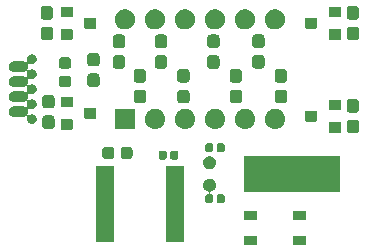
<source format=gbr>
G04 #@! TF.GenerationSoftware,KiCad,Pcbnew,5.99.0-unknown-r17001-43768b71*
G04 #@! TF.CreationDate,2019-11-05T19:13:08+01:00*
G04 #@! TF.ProjectId,ada-watch,6164612d-7761-4746-9368-2e6b69636164,rev?*
G04 #@! TF.SameCoordinates,Original*
G04 #@! TF.FileFunction,Soldermask,Top*
G04 #@! TF.FilePolarity,Negative*
%FSLAX46Y46*%
G04 Gerber Fmt 4.6, Leading zero omitted, Abs format (unit mm)*
G04 Created by KiCad (PCBNEW 5.99.0-unknown-r17001-43768b71) date 2019-11-05 19:13:08*
%MOMM*%
%LPD*%
G04 APERTURE LIST*
G04 APERTURE END LIST*
G36*
X157813899Y-116584959D02*
G01*
X157830769Y-116596231D01*
X157842041Y-116613101D01*
X157848448Y-116645312D01*
X157848448Y-117270688D01*
X157845999Y-117283000D01*
X157842041Y-117302899D01*
X157830769Y-117319769D01*
X157813899Y-117331041D01*
X157794000Y-117334999D01*
X157781688Y-117337448D01*
X156756312Y-117337448D01*
X156724101Y-117331041D01*
X156707231Y-117319769D01*
X156695959Y-117302899D01*
X156689552Y-117270688D01*
X156689552Y-116645312D01*
X156695959Y-116613101D01*
X156707231Y-116596231D01*
X156724101Y-116584959D01*
X156756312Y-116578552D01*
X157781688Y-116578552D01*
X157813899Y-116584959D01*
G37*
G36*
X153663899Y-116584959D02*
G01*
X153680769Y-116596231D01*
X153692041Y-116613101D01*
X153698448Y-116645312D01*
X153698448Y-117270688D01*
X153695999Y-117283000D01*
X153692041Y-117302899D01*
X153680769Y-117319769D01*
X153663899Y-117331041D01*
X153644000Y-117334999D01*
X153631688Y-117337448D01*
X152606312Y-117337448D01*
X152574101Y-117331041D01*
X152557231Y-117319769D01*
X152545959Y-117302899D01*
X152539552Y-117270688D01*
X152539552Y-116645312D01*
X152545959Y-116613101D01*
X152557231Y-116596231D01*
X152574101Y-116584959D01*
X152606312Y-116578552D01*
X153631688Y-116578552D01*
X153663899Y-116584959D01*
G37*
G36*
X141558899Y-110657459D02*
G01*
X141575769Y-110668731D01*
X141587041Y-110685601D01*
X141593448Y-110717812D01*
X141593448Y-111143188D01*
X141587041Y-111175400D01*
X141579921Y-111186055D01*
X141558875Y-111253270D01*
X141579921Y-111324945D01*
X141587041Y-111335600D01*
X141593448Y-111367812D01*
X141593448Y-111793188D01*
X141587041Y-111825400D01*
X141579921Y-111836055D01*
X141558875Y-111903270D01*
X141579921Y-111974945D01*
X141587041Y-111985600D01*
X141593448Y-112017812D01*
X141593448Y-112443188D01*
X141587041Y-112475400D01*
X141579921Y-112486055D01*
X141558875Y-112553270D01*
X141579921Y-112624945D01*
X141587041Y-112635600D01*
X141593448Y-112667812D01*
X141593448Y-113093188D01*
X141587041Y-113125400D01*
X141579921Y-113136055D01*
X141558875Y-113203270D01*
X141579921Y-113274945D01*
X141587041Y-113285600D01*
X141593448Y-113317812D01*
X141593448Y-113743188D01*
X141587041Y-113775400D01*
X141579921Y-113786055D01*
X141558875Y-113853270D01*
X141579921Y-113924945D01*
X141587041Y-113935600D01*
X141593448Y-113967812D01*
X141593448Y-114393188D01*
X141587041Y-114425400D01*
X141579921Y-114436055D01*
X141558875Y-114503270D01*
X141579921Y-114574945D01*
X141587041Y-114585600D01*
X141593448Y-114617812D01*
X141593448Y-115043188D01*
X141587041Y-115075400D01*
X141579921Y-115086055D01*
X141558875Y-115153270D01*
X141579921Y-115224945D01*
X141587041Y-115235600D01*
X141593448Y-115267812D01*
X141593448Y-115693188D01*
X141587041Y-115725400D01*
X141579921Y-115736055D01*
X141558875Y-115803270D01*
X141579921Y-115874945D01*
X141587041Y-115885600D01*
X141593448Y-115917812D01*
X141593448Y-116343188D01*
X141587041Y-116375400D01*
X141579921Y-116386055D01*
X141558875Y-116453270D01*
X141579921Y-116524945D01*
X141587041Y-116535600D01*
X141593448Y-116567812D01*
X141593448Y-116993188D01*
X141590999Y-117005500D01*
X141587041Y-117025399D01*
X141575769Y-117042269D01*
X141558899Y-117053541D01*
X141539000Y-117057499D01*
X141526688Y-117059948D01*
X140101312Y-117059948D01*
X140069101Y-117053541D01*
X140052231Y-117042269D01*
X140040959Y-117025399D01*
X140034552Y-116993188D01*
X140034552Y-116567812D01*
X140040959Y-116535600D01*
X140048079Y-116524945D01*
X140069125Y-116457730D01*
X140048079Y-116386055D01*
X140040959Y-116375400D01*
X140034552Y-116343188D01*
X140034552Y-115917812D01*
X140040959Y-115885600D01*
X140048079Y-115874945D01*
X140069125Y-115807730D01*
X140048079Y-115736055D01*
X140040959Y-115725400D01*
X140034552Y-115693188D01*
X140034552Y-115267812D01*
X140040959Y-115235600D01*
X140048079Y-115224945D01*
X140069125Y-115157730D01*
X140048079Y-115086055D01*
X140040959Y-115075400D01*
X140034552Y-115043188D01*
X140034552Y-114617812D01*
X140040959Y-114585600D01*
X140048079Y-114574945D01*
X140069125Y-114507730D01*
X140048079Y-114436055D01*
X140040959Y-114425400D01*
X140034552Y-114393188D01*
X140034552Y-113967812D01*
X140040959Y-113935600D01*
X140048079Y-113924945D01*
X140069125Y-113857730D01*
X140048079Y-113786055D01*
X140040959Y-113775400D01*
X140034552Y-113743188D01*
X140034552Y-113317812D01*
X140040959Y-113285600D01*
X140048079Y-113274945D01*
X140069125Y-113207730D01*
X140048079Y-113136055D01*
X140040959Y-113125400D01*
X140034552Y-113093188D01*
X140034552Y-112667812D01*
X140040959Y-112635600D01*
X140048079Y-112624945D01*
X140069125Y-112557730D01*
X140048079Y-112486055D01*
X140040959Y-112475400D01*
X140034552Y-112443188D01*
X140034552Y-112017812D01*
X140040959Y-111985600D01*
X140048079Y-111974945D01*
X140069125Y-111907730D01*
X140048079Y-111836055D01*
X140040959Y-111825400D01*
X140034552Y-111793188D01*
X140034552Y-111367812D01*
X140040959Y-111335600D01*
X140048079Y-111324945D01*
X140069125Y-111257730D01*
X140048079Y-111186055D01*
X140040959Y-111175400D01*
X140034552Y-111143188D01*
X140034552Y-110717812D01*
X140040959Y-110685601D01*
X140052231Y-110668731D01*
X140069101Y-110657459D01*
X140101312Y-110651052D01*
X141526688Y-110651052D01*
X141558899Y-110657459D01*
G37*
G36*
X147458899Y-110657459D02*
G01*
X147475769Y-110668731D01*
X147487041Y-110685601D01*
X147493448Y-110717812D01*
X147493448Y-111143188D01*
X147487041Y-111175400D01*
X147479921Y-111186055D01*
X147458875Y-111253270D01*
X147479921Y-111324945D01*
X147487041Y-111335600D01*
X147493448Y-111367812D01*
X147493448Y-111793188D01*
X147487041Y-111825400D01*
X147479921Y-111836055D01*
X147458875Y-111903270D01*
X147479921Y-111974945D01*
X147487041Y-111985600D01*
X147493448Y-112017812D01*
X147493448Y-112443188D01*
X147487041Y-112475400D01*
X147479921Y-112486055D01*
X147458875Y-112553270D01*
X147479921Y-112624945D01*
X147487041Y-112635600D01*
X147493448Y-112667812D01*
X147493448Y-113093188D01*
X147487041Y-113125400D01*
X147479921Y-113136055D01*
X147458875Y-113203270D01*
X147479921Y-113274945D01*
X147487041Y-113285600D01*
X147493448Y-113317812D01*
X147493448Y-113743188D01*
X147487041Y-113775400D01*
X147479921Y-113786055D01*
X147458875Y-113853270D01*
X147479921Y-113924945D01*
X147487041Y-113935600D01*
X147493448Y-113967812D01*
X147493448Y-114393188D01*
X147487041Y-114425400D01*
X147479921Y-114436055D01*
X147458875Y-114503270D01*
X147479921Y-114574945D01*
X147487041Y-114585600D01*
X147493448Y-114617812D01*
X147493448Y-115043188D01*
X147487041Y-115075400D01*
X147479921Y-115086055D01*
X147458875Y-115153270D01*
X147479921Y-115224945D01*
X147487041Y-115235600D01*
X147493448Y-115267812D01*
X147493448Y-115693188D01*
X147487041Y-115725400D01*
X147479921Y-115736055D01*
X147458875Y-115803270D01*
X147479921Y-115874945D01*
X147487041Y-115885600D01*
X147493448Y-115917812D01*
X147493448Y-116343188D01*
X147487041Y-116375400D01*
X147479921Y-116386055D01*
X147458875Y-116453270D01*
X147479921Y-116524945D01*
X147487041Y-116535600D01*
X147493448Y-116567812D01*
X147493448Y-116993188D01*
X147490999Y-117005500D01*
X147487041Y-117025399D01*
X147475769Y-117042269D01*
X147458899Y-117053541D01*
X147439000Y-117057499D01*
X147426688Y-117059948D01*
X146001312Y-117059948D01*
X145969101Y-117053541D01*
X145952231Y-117042269D01*
X145940959Y-117025399D01*
X145934552Y-116993188D01*
X145934552Y-116567812D01*
X145940959Y-116535600D01*
X145948079Y-116524945D01*
X145969125Y-116457730D01*
X145948079Y-116386055D01*
X145940959Y-116375400D01*
X145934552Y-116343188D01*
X145934552Y-115917812D01*
X145940959Y-115885600D01*
X145948079Y-115874945D01*
X145969125Y-115807730D01*
X145948079Y-115736055D01*
X145940959Y-115725400D01*
X145934552Y-115693188D01*
X145934552Y-115267812D01*
X145940959Y-115235600D01*
X145948079Y-115224945D01*
X145969125Y-115157730D01*
X145948079Y-115086055D01*
X145940959Y-115075400D01*
X145934552Y-115043188D01*
X145934552Y-114617812D01*
X145940959Y-114585600D01*
X145948079Y-114574945D01*
X145969125Y-114507730D01*
X145948079Y-114436055D01*
X145940959Y-114425400D01*
X145934552Y-114393188D01*
X145934552Y-113967812D01*
X145940959Y-113935600D01*
X145948079Y-113924945D01*
X145969125Y-113857730D01*
X145948079Y-113786055D01*
X145940959Y-113775400D01*
X145934552Y-113743188D01*
X145934552Y-113317812D01*
X145940959Y-113285600D01*
X145948079Y-113274945D01*
X145969125Y-113207730D01*
X145948079Y-113136055D01*
X145940959Y-113125400D01*
X145934552Y-113093188D01*
X145934552Y-112667812D01*
X145940959Y-112635600D01*
X145948079Y-112624945D01*
X145969125Y-112557730D01*
X145948079Y-112486055D01*
X145940959Y-112475400D01*
X145934552Y-112443188D01*
X145934552Y-112017812D01*
X145940959Y-111985600D01*
X145948079Y-111974945D01*
X145969125Y-111907730D01*
X145948079Y-111836055D01*
X145940959Y-111825400D01*
X145934552Y-111793188D01*
X145934552Y-111367812D01*
X145940959Y-111335600D01*
X145948079Y-111324945D01*
X145969125Y-111257730D01*
X145948079Y-111186055D01*
X145940959Y-111175400D01*
X145934552Y-111143188D01*
X145934552Y-110717812D01*
X145940959Y-110685601D01*
X145952231Y-110668731D01*
X145969101Y-110657459D01*
X146001312Y-110651052D01*
X147426688Y-110651052D01*
X147458899Y-110657459D01*
G37*
G36*
X153663899Y-114434959D02*
G01*
X153680769Y-114446231D01*
X153692041Y-114463101D01*
X153698448Y-114495312D01*
X153698448Y-115120688D01*
X153695999Y-115133000D01*
X153692041Y-115152899D01*
X153680769Y-115169769D01*
X153663899Y-115181041D01*
X153644000Y-115184999D01*
X153631688Y-115187448D01*
X152606312Y-115187448D01*
X152574101Y-115181041D01*
X152557231Y-115169769D01*
X152545959Y-115152899D01*
X152539552Y-115120688D01*
X152539552Y-114495312D01*
X152545959Y-114463101D01*
X152557231Y-114446231D01*
X152574101Y-114434959D01*
X152606312Y-114428552D01*
X153631688Y-114428552D01*
X153663899Y-114434959D01*
G37*
G36*
X157813899Y-114434959D02*
G01*
X157830769Y-114446231D01*
X157842041Y-114463101D01*
X157848448Y-114495312D01*
X157848448Y-115120688D01*
X157845999Y-115133000D01*
X157842041Y-115152899D01*
X157830769Y-115169769D01*
X157813899Y-115181041D01*
X157794000Y-115184999D01*
X157781688Y-115187448D01*
X156756312Y-115187448D01*
X156724101Y-115181041D01*
X156707231Y-115169769D01*
X156695959Y-115152899D01*
X156689552Y-115120688D01*
X156689552Y-114495312D01*
X156695959Y-114463101D01*
X156707231Y-114446231D01*
X156724101Y-114434959D01*
X156756312Y-114428552D01*
X157781688Y-114428552D01*
X157813899Y-114434959D01*
G37*
G36*
X150743022Y-113039001D02*
G01*
X150743610Y-113039001D01*
X150748203Y-113039915D01*
X150813163Y-113051369D01*
X150817040Y-113053607D01*
X150821061Y-113054407D01*
X150837815Y-113065602D01*
X150873786Y-113086369D01*
X150880026Y-113093805D01*
X150886721Y-113098279D01*
X150898222Y-113115492D01*
X150915137Y-113135651D01*
X150917444Y-113144259D01*
X150930593Y-113163939D01*
X150945999Y-113241390D01*
X150945999Y-113250828D01*
X150947715Y-113257232D01*
X150947715Y-113570290D01*
X150945999Y-113580022D01*
X150945999Y-113580610D01*
X150945085Y-113585203D01*
X150933631Y-113650163D01*
X150931393Y-113654040D01*
X150930593Y-113658061D01*
X150919398Y-113674815D01*
X150898631Y-113710786D01*
X150891194Y-113717026D01*
X150886721Y-113723721D01*
X150869511Y-113735220D01*
X150849350Y-113752137D01*
X150840740Y-113754444D01*
X150821061Y-113767593D01*
X150743610Y-113782999D01*
X150734172Y-113782999D01*
X150727768Y-113784715D01*
X150464710Y-113784715D01*
X150454978Y-113782999D01*
X150454390Y-113782999D01*
X150449797Y-113782085D01*
X150384837Y-113770631D01*
X150380960Y-113768393D01*
X150376939Y-113767593D01*
X150360185Y-113756398D01*
X150324214Y-113735631D01*
X150317974Y-113728194D01*
X150311279Y-113723721D01*
X150299780Y-113706511D01*
X150282863Y-113686350D01*
X150280556Y-113677740D01*
X150267407Y-113658061D01*
X150252001Y-113580610D01*
X150252001Y-113571172D01*
X150250285Y-113564768D01*
X150250285Y-113251710D01*
X150252001Y-113241978D01*
X150252001Y-113241390D01*
X150252915Y-113236797D01*
X150264369Y-113171837D01*
X150266607Y-113167960D01*
X150267407Y-113163939D01*
X150278602Y-113147185D01*
X150299369Y-113111214D01*
X150306805Y-113104974D01*
X150311279Y-113098279D01*
X150328492Y-113086778D01*
X150348651Y-113069863D01*
X150357259Y-113067556D01*
X150376939Y-113054407D01*
X150454390Y-113039001D01*
X150463828Y-113039001D01*
X150470232Y-113037285D01*
X150733290Y-113037285D01*
X150743022Y-113039001D01*
G37*
G36*
X149671881Y-111714783D02*
G01*
X149695234Y-111713314D01*
X149746492Y-111724209D01*
X149789718Y-111729670D01*
X149811474Y-111738021D01*
X149842899Y-111744701D01*
X149881654Y-111764961D01*
X149914224Y-111777464D01*
X149940493Y-111795721D01*
X149976685Y-111814642D01*
X150002227Y-111838628D01*
X150023739Y-111853579D01*
X150050635Y-111884086D01*
X150086733Y-111917985D01*
X150100365Y-111940493D01*
X150111933Y-111953615D01*
X150134789Y-111997334D01*
X150164937Y-112047114D01*
X150169664Y-112064043D01*
X150173720Y-112071802D01*
X150187547Y-112128095D01*
X150205534Y-112192518D01*
X150203833Y-112355006D01*
X150184487Y-112419082D01*
X150169497Y-112475026D01*
X150165281Y-112482695D01*
X150160199Y-112499527D01*
X150129008Y-112548676D01*
X150105247Y-112591898D01*
X150093408Y-112604772D01*
X150079308Y-112626991D01*
X150042506Y-112660128D01*
X150014978Y-112690064D01*
X149993157Y-112704562D01*
X149967120Y-112728006D01*
X149930545Y-112746162D01*
X149903894Y-112763869D01*
X149871065Y-112775688D01*
X149831899Y-112795130D01*
X149800338Y-112801151D01*
X149789904Y-112804907D01*
X149733041Y-112846468D01*
X149707675Y-112912174D01*
X149721858Y-112981164D01*
X149771089Y-113031533D01*
X149810539Y-113045616D01*
X149843163Y-113051369D01*
X149847040Y-113053607D01*
X149851061Y-113054407D01*
X149867815Y-113065602D01*
X149903786Y-113086369D01*
X149910026Y-113093805D01*
X149916721Y-113098279D01*
X149928222Y-113115492D01*
X149945137Y-113135651D01*
X149947444Y-113144259D01*
X149960593Y-113163939D01*
X149975999Y-113241390D01*
X149975999Y-113250828D01*
X149977715Y-113257232D01*
X149977715Y-113570290D01*
X149975999Y-113580022D01*
X149975999Y-113580610D01*
X149975085Y-113585203D01*
X149963631Y-113650163D01*
X149961393Y-113654040D01*
X149960593Y-113658061D01*
X149949398Y-113674815D01*
X149928631Y-113710786D01*
X149921194Y-113717026D01*
X149916721Y-113723721D01*
X149899511Y-113735220D01*
X149879350Y-113752137D01*
X149870740Y-113754444D01*
X149851061Y-113767593D01*
X149773610Y-113782999D01*
X149764172Y-113782999D01*
X149757768Y-113784715D01*
X149494710Y-113784715D01*
X149484978Y-113782999D01*
X149484390Y-113782999D01*
X149479797Y-113782085D01*
X149414837Y-113770631D01*
X149410960Y-113768393D01*
X149406939Y-113767593D01*
X149390185Y-113756398D01*
X149354214Y-113735631D01*
X149347974Y-113728194D01*
X149341279Y-113723721D01*
X149329780Y-113706511D01*
X149312863Y-113686350D01*
X149310556Y-113677740D01*
X149297407Y-113658061D01*
X149282001Y-113580610D01*
X149282001Y-113571172D01*
X149280285Y-113564768D01*
X149280285Y-113251710D01*
X149282001Y-113241978D01*
X149282001Y-113241390D01*
X149282915Y-113236797D01*
X149294369Y-113171837D01*
X149296607Y-113167960D01*
X149297407Y-113163939D01*
X149308602Y-113147185D01*
X149329369Y-113111214D01*
X149336806Y-113104974D01*
X149341279Y-113098279D01*
X149358489Y-113086780D01*
X149378650Y-113069863D01*
X149387260Y-113067556D01*
X149406939Y-113054407D01*
X149484390Y-113039001D01*
X149493486Y-113039001D01*
X149553358Y-113002507D01*
X149584133Y-112939154D01*
X149575772Y-112869219D01*
X149506881Y-112802204D01*
X149457093Y-112782491D01*
X149391677Y-112758163D01*
X149332752Y-112715352D01*
X149280941Y-112678532D01*
X149279037Y-112676326D01*
X149269544Y-112669429D01*
X149229802Y-112619287D01*
X149193800Y-112577579D01*
X149188501Y-112567179D01*
X149175772Y-112551119D01*
X149154338Y-112500129D01*
X149133254Y-112458749D01*
X149128596Y-112438892D01*
X149117271Y-112411950D01*
X149111428Y-112365696D01*
X149102799Y-112328909D01*
X149103104Y-112299808D01*
X149098350Y-112262176D01*
X149103892Y-112224647D01*
X149104197Y-112195552D01*
X149113592Y-112158961D01*
X149120404Y-112112831D01*
X149132291Y-112086132D01*
X149137364Y-112066375D01*
X149159315Y-112025436D01*
X149181807Y-111974918D01*
X149194866Y-111959132D01*
X149200383Y-111948843D01*
X149237253Y-111907895D01*
X149278035Y-111858598D01*
X149287671Y-111851901D01*
X149289622Y-111849734D01*
X149342200Y-111814002D01*
X149402000Y-111772440D01*
X149467935Y-111749479D01*
X149524924Y-111728285D01*
X149530723Y-111727614D01*
X149544567Y-111722793D01*
X149605537Y-111718957D01*
X149657409Y-111712955D01*
X149671881Y-111714783D01*
G37*
G36*
X160674399Y-109769959D02*
G01*
X160691269Y-109781231D01*
X160702541Y-109798101D01*
X160708948Y-109830312D01*
X160708948Y-112805688D01*
X160702541Y-112837899D01*
X160691269Y-112854769D01*
X160674399Y-112866041D01*
X160658422Y-112869219D01*
X160654500Y-112869999D01*
X160642188Y-112872448D01*
X152666812Y-112872448D01*
X152634601Y-112866041D01*
X152617731Y-112854769D01*
X152606459Y-112837899D01*
X152600052Y-112805688D01*
X152600052Y-109830312D01*
X152606459Y-109798101D01*
X152617731Y-109781231D01*
X152634601Y-109769959D01*
X152666812Y-109763552D01*
X160642188Y-109763552D01*
X160674399Y-109769959D01*
G37*
G36*
X149671881Y-109814783D02*
G01*
X149695234Y-109813314D01*
X149746492Y-109824209D01*
X149789718Y-109829670D01*
X149811474Y-109838021D01*
X149842899Y-109844701D01*
X149881654Y-109864961D01*
X149914224Y-109877464D01*
X149940493Y-109895721D01*
X149976685Y-109914642D01*
X150002227Y-109938628D01*
X150023739Y-109953579D01*
X150050635Y-109984086D01*
X150086733Y-110017985D01*
X150100365Y-110040493D01*
X150111933Y-110053615D01*
X150134789Y-110097334D01*
X150164937Y-110147114D01*
X150169664Y-110164043D01*
X150173720Y-110171802D01*
X150187547Y-110228095D01*
X150205534Y-110292518D01*
X150203833Y-110455006D01*
X150184487Y-110519082D01*
X150169497Y-110575026D01*
X150165281Y-110582695D01*
X150160199Y-110599527D01*
X150129008Y-110648676D01*
X150105247Y-110691898D01*
X150093408Y-110704772D01*
X150079308Y-110726991D01*
X150042506Y-110760128D01*
X150014978Y-110790064D01*
X149993157Y-110804562D01*
X149967120Y-110828006D01*
X149930545Y-110846162D01*
X149903894Y-110863869D01*
X149871065Y-110875688D01*
X149831899Y-110895130D01*
X149800339Y-110901150D01*
X149778416Y-110909043D01*
X149735093Y-110913597D01*
X149683608Y-110923418D01*
X149660287Y-110921460D01*
X149645784Y-110922984D01*
X149594048Y-110915897D01*
X149533173Y-110910785D01*
X149519437Y-110905677D01*
X149513650Y-110904884D01*
X149457095Y-110882492D01*
X149391677Y-110858163D01*
X149332752Y-110815352D01*
X149280941Y-110778532D01*
X149279037Y-110776326D01*
X149269544Y-110769429D01*
X149229802Y-110719287D01*
X149193800Y-110677579D01*
X149188501Y-110667179D01*
X149175772Y-110651119D01*
X149154338Y-110600129D01*
X149133254Y-110558749D01*
X149128596Y-110538892D01*
X149117271Y-110511950D01*
X149111428Y-110465696D01*
X149102799Y-110428909D01*
X149103104Y-110399808D01*
X149098350Y-110362176D01*
X149103892Y-110324647D01*
X149104197Y-110295552D01*
X149113592Y-110258961D01*
X149120404Y-110212831D01*
X149132291Y-110186132D01*
X149137364Y-110166375D01*
X149159315Y-110125436D01*
X149181807Y-110074918D01*
X149194866Y-110059132D01*
X149200383Y-110048843D01*
X149237253Y-110007895D01*
X149278035Y-109958598D01*
X149287671Y-109951901D01*
X149289622Y-109949734D01*
X149342200Y-109914002D01*
X149402000Y-109872440D01*
X149467935Y-109849479D01*
X149524924Y-109828285D01*
X149530723Y-109827614D01*
X149544567Y-109822793D01*
X149605537Y-109818957D01*
X149657409Y-109812955D01*
X149671881Y-109814783D01*
G37*
G36*
X145836022Y-109356001D02*
G01*
X145836610Y-109356001D01*
X145841203Y-109356915D01*
X145906163Y-109368369D01*
X145910040Y-109370607D01*
X145914061Y-109371407D01*
X145930815Y-109382602D01*
X145966786Y-109403369D01*
X145973026Y-109410805D01*
X145979721Y-109415279D01*
X145991222Y-109432492D01*
X146008137Y-109452651D01*
X146010444Y-109461259D01*
X146023593Y-109480939D01*
X146038999Y-109558390D01*
X146038999Y-109567828D01*
X146040715Y-109574232D01*
X146040715Y-109887290D01*
X146038999Y-109897022D01*
X146038999Y-109897610D01*
X146038085Y-109902203D01*
X146026631Y-109967163D01*
X146024393Y-109971040D01*
X146023593Y-109975061D01*
X146012398Y-109991815D01*
X145991631Y-110027786D01*
X145984194Y-110034026D01*
X145979721Y-110040721D01*
X145962511Y-110052220D01*
X145942350Y-110069137D01*
X145933740Y-110071444D01*
X145914061Y-110084593D01*
X145836610Y-110099999D01*
X145827172Y-110099999D01*
X145820768Y-110101715D01*
X145557710Y-110101715D01*
X145547978Y-110099999D01*
X145547390Y-110099999D01*
X145542797Y-110099085D01*
X145477837Y-110087631D01*
X145473960Y-110085393D01*
X145469939Y-110084593D01*
X145453185Y-110073398D01*
X145417214Y-110052631D01*
X145410974Y-110045194D01*
X145404279Y-110040721D01*
X145392780Y-110023511D01*
X145375863Y-110003350D01*
X145373556Y-109994740D01*
X145360407Y-109975061D01*
X145345001Y-109897610D01*
X145345001Y-109888172D01*
X145343285Y-109881768D01*
X145343285Y-109568710D01*
X145345001Y-109558978D01*
X145345001Y-109558390D01*
X145345915Y-109553797D01*
X145357369Y-109488837D01*
X145359607Y-109484960D01*
X145360407Y-109480939D01*
X145371602Y-109464185D01*
X145392369Y-109428214D01*
X145399805Y-109421974D01*
X145404279Y-109415279D01*
X145421492Y-109403778D01*
X145441651Y-109386863D01*
X145450259Y-109384556D01*
X145469939Y-109371407D01*
X145547390Y-109356001D01*
X145556828Y-109356001D01*
X145563232Y-109354285D01*
X145826290Y-109354285D01*
X145836022Y-109356001D01*
G37*
G36*
X146806022Y-109356001D02*
G01*
X146806610Y-109356001D01*
X146811203Y-109356915D01*
X146876163Y-109368369D01*
X146880040Y-109370607D01*
X146884061Y-109371407D01*
X146900815Y-109382602D01*
X146936786Y-109403369D01*
X146943026Y-109410805D01*
X146949721Y-109415279D01*
X146961222Y-109432492D01*
X146978137Y-109452651D01*
X146980444Y-109461259D01*
X146993593Y-109480939D01*
X147008999Y-109558390D01*
X147008999Y-109567828D01*
X147010715Y-109574232D01*
X147010715Y-109887290D01*
X147008999Y-109897022D01*
X147008999Y-109897610D01*
X147008085Y-109902203D01*
X146996631Y-109967163D01*
X146994393Y-109971040D01*
X146993593Y-109975061D01*
X146982398Y-109991815D01*
X146961631Y-110027786D01*
X146954194Y-110034026D01*
X146949721Y-110040721D01*
X146932511Y-110052220D01*
X146912350Y-110069137D01*
X146903740Y-110071444D01*
X146884061Y-110084593D01*
X146806610Y-110099999D01*
X146797172Y-110099999D01*
X146790768Y-110101715D01*
X146527710Y-110101715D01*
X146517978Y-110099999D01*
X146517390Y-110099999D01*
X146512797Y-110099085D01*
X146447837Y-110087631D01*
X146443960Y-110085393D01*
X146439939Y-110084593D01*
X146423185Y-110073398D01*
X146387214Y-110052631D01*
X146380974Y-110045194D01*
X146374279Y-110040721D01*
X146362780Y-110023511D01*
X146345863Y-110003350D01*
X146343556Y-109994740D01*
X146330407Y-109975061D01*
X146315001Y-109897610D01*
X146315001Y-109888172D01*
X146313285Y-109881768D01*
X146313285Y-109568710D01*
X146315001Y-109558978D01*
X146315001Y-109558390D01*
X146315915Y-109553797D01*
X146327369Y-109488837D01*
X146329607Y-109484960D01*
X146330407Y-109480939D01*
X146341602Y-109464185D01*
X146362369Y-109428214D01*
X146369805Y-109421974D01*
X146374279Y-109415279D01*
X146391492Y-109403778D01*
X146411651Y-109386863D01*
X146420259Y-109384556D01*
X146439939Y-109371407D01*
X146517390Y-109356001D01*
X146526828Y-109356001D01*
X146533232Y-109354285D01*
X146796290Y-109354285D01*
X146806022Y-109356001D01*
G37*
G36*
X142860231Y-109010501D02*
G01*
X142860964Y-109010501D01*
X142863829Y-109011071D01*
X142946918Y-109024231D01*
X142957760Y-109029755D01*
X142966215Y-109031437D01*
X142982768Y-109042498D01*
X143023054Y-109063024D01*
X143042316Y-109082286D01*
X143055443Y-109091057D01*
X143064214Y-109104184D01*
X143083476Y-109123446D01*
X143104002Y-109163732D01*
X143115063Y-109180285D01*
X143116745Y-109188740D01*
X143122269Y-109199582D01*
X143135429Y-109282671D01*
X143135999Y-109285536D01*
X143135999Y-109286269D01*
X143137194Y-109293814D01*
X143137194Y-109781186D01*
X143135999Y-109788731D01*
X143135999Y-109789464D01*
X143135429Y-109792329D01*
X143122269Y-109875418D01*
X143116745Y-109886260D01*
X143115063Y-109894715D01*
X143104002Y-109911268D01*
X143083476Y-109951554D01*
X143064214Y-109970816D01*
X143055443Y-109983943D01*
X143042316Y-109992714D01*
X143023054Y-110011976D01*
X142982768Y-110032502D01*
X142966215Y-110043563D01*
X142957760Y-110045245D01*
X142946918Y-110050769D01*
X142863829Y-110063929D01*
X142860964Y-110064499D01*
X142860231Y-110064499D01*
X142852686Y-110065694D01*
X142440314Y-110065694D01*
X142432769Y-110064499D01*
X142432036Y-110064499D01*
X142429171Y-110063929D01*
X142346082Y-110050769D01*
X142335240Y-110045245D01*
X142326785Y-110043563D01*
X142310232Y-110032502D01*
X142269946Y-110011976D01*
X142250684Y-109992714D01*
X142237557Y-109983943D01*
X142228786Y-109970816D01*
X142209524Y-109951554D01*
X142188998Y-109911268D01*
X142177937Y-109894715D01*
X142176255Y-109886260D01*
X142170731Y-109875418D01*
X142157571Y-109792329D01*
X142157001Y-109789464D01*
X142157001Y-109788731D01*
X142155806Y-109781186D01*
X142155806Y-109293814D01*
X142157001Y-109286269D01*
X142157001Y-109285536D01*
X142157571Y-109282671D01*
X142170731Y-109199582D01*
X142176255Y-109188740D01*
X142177937Y-109180285D01*
X142188998Y-109163732D01*
X142209524Y-109123446D01*
X142228786Y-109104184D01*
X142237557Y-109091057D01*
X142250684Y-109082286D01*
X142269946Y-109063024D01*
X142310232Y-109042498D01*
X142326785Y-109031437D01*
X142335240Y-109029755D01*
X142346082Y-109024231D01*
X142429171Y-109011071D01*
X142432036Y-109010501D01*
X142432769Y-109010501D01*
X142440314Y-109009306D01*
X142852686Y-109009306D01*
X142860231Y-109010501D01*
G37*
G36*
X141285231Y-109010501D02*
G01*
X141285964Y-109010501D01*
X141288829Y-109011071D01*
X141371918Y-109024231D01*
X141382760Y-109029755D01*
X141391215Y-109031437D01*
X141407768Y-109042498D01*
X141448054Y-109063024D01*
X141467316Y-109082286D01*
X141480443Y-109091057D01*
X141489214Y-109104184D01*
X141508476Y-109123446D01*
X141529002Y-109163732D01*
X141540063Y-109180285D01*
X141541745Y-109188740D01*
X141547269Y-109199582D01*
X141560429Y-109282671D01*
X141560999Y-109285536D01*
X141560999Y-109286269D01*
X141562194Y-109293814D01*
X141562194Y-109781186D01*
X141560999Y-109788731D01*
X141560999Y-109789464D01*
X141560429Y-109792329D01*
X141547269Y-109875418D01*
X141541745Y-109886260D01*
X141540063Y-109894715D01*
X141529002Y-109911268D01*
X141508476Y-109951554D01*
X141489214Y-109970816D01*
X141480443Y-109983943D01*
X141467316Y-109992714D01*
X141448054Y-110011976D01*
X141407768Y-110032502D01*
X141391215Y-110043563D01*
X141382760Y-110045245D01*
X141371918Y-110050769D01*
X141288829Y-110063929D01*
X141285964Y-110064499D01*
X141285231Y-110064499D01*
X141277686Y-110065694D01*
X140865314Y-110065694D01*
X140857769Y-110064499D01*
X140857036Y-110064499D01*
X140854171Y-110063929D01*
X140771082Y-110050769D01*
X140760240Y-110045245D01*
X140751785Y-110043563D01*
X140735232Y-110032502D01*
X140694946Y-110011976D01*
X140675684Y-109992714D01*
X140662557Y-109983943D01*
X140653786Y-109970816D01*
X140634524Y-109951554D01*
X140613998Y-109911268D01*
X140602937Y-109894715D01*
X140601255Y-109886260D01*
X140595731Y-109875418D01*
X140582571Y-109792329D01*
X140582001Y-109789464D01*
X140582001Y-109788731D01*
X140580806Y-109781186D01*
X140580806Y-109293814D01*
X140582001Y-109286269D01*
X140582001Y-109285536D01*
X140582571Y-109282671D01*
X140595731Y-109199582D01*
X140601255Y-109188740D01*
X140602937Y-109180285D01*
X140613998Y-109163732D01*
X140634524Y-109123446D01*
X140653786Y-109104184D01*
X140662557Y-109091057D01*
X140675684Y-109082286D01*
X140694946Y-109063024D01*
X140735232Y-109042498D01*
X140751785Y-109031437D01*
X140760240Y-109029755D01*
X140771082Y-109024231D01*
X140854171Y-109011071D01*
X140857036Y-109010501D01*
X140857769Y-109010501D01*
X140865314Y-109009306D01*
X141277686Y-109009306D01*
X141285231Y-109010501D01*
G37*
G36*
X150743022Y-108721001D02*
G01*
X150743610Y-108721001D01*
X150748203Y-108721915D01*
X150813163Y-108733369D01*
X150817040Y-108735607D01*
X150821061Y-108736407D01*
X150837815Y-108747602D01*
X150873786Y-108768369D01*
X150880026Y-108775805D01*
X150886721Y-108780279D01*
X150898222Y-108797492D01*
X150915137Y-108817651D01*
X150917444Y-108826259D01*
X150930593Y-108845939D01*
X150945999Y-108923390D01*
X150945999Y-108932828D01*
X150947715Y-108939232D01*
X150947715Y-109252290D01*
X150945999Y-109262022D01*
X150945999Y-109262610D01*
X150945085Y-109267203D01*
X150933631Y-109332163D01*
X150931393Y-109336040D01*
X150930593Y-109340061D01*
X150919398Y-109356815D01*
X150898631Y-109392786D01*
X150891194Y-109399026D01*
X150886721Y-109405721D01*
X150869511Y-109417220D01*
X150849350Y-109434137D01*
X150840740Y-109436444D01*
X150821061Y-109449593D01*
X150743610Y-109464999D01*
X150734172Y-109464999D01*
X150727768Y-109466715D01*
X150464710Y-109466715D01*
X150454978Y-109464999D01*
X150454390Y-109464999D01*
X150449797Y-109464085D01*
X150384837Y-109452631D01*
X150380960Y-109450393D01*
X150376939Y-109449593D01*
X150360185Y-109438398D01*
X150324214Y-109417631D01*
X150317974Y-109410194D01*
X150311279Y-109405721D01*
X150299780Y-109388511D01*
X150282863Y-109368350D01*
X150280556Y-109359740D01*
X150267407Y-109340061D01*
X150252001Y-109262610D01*
X150252001Y-109253172D01*
X150250285Y-109246768D01*
X150250285Y-108933710D01*
X150252001Y-108923978D01*
X150252001Y-108923390D01*
X150252915Y-108918797D01*
X150264369Y-108853837D01*
X150266607Y-108849960D01*
X150267407Y-108845939D01*
X150278602Y-108829185D01*
X150299369Y-108793214D01*
X150306805Y-108786974D01*
X150311279Y-108780279D01*
X150328492Y-108768778D01*
X150348651Y-108751863D01*
X150357259Y-108749556D01*
X150376939Y-108736407D01*
X150454390Y-108721001D01*
X150463828Y-108721001D01*
X150470232Y-108719285D01*
X150733290Y-108719285D01*
X150743022Y-108721001D01*
G37*
G36*
X149773022Y-108721001D02*
G01*
X149773610Y-108721001D01*
X149778203Y-108721915D01*
X149843163Y-108733369D01*
X149847040Y-108735607D01*
X149851061Y-108736407D01*
X149867815Y-108747602D01*
X149903786Y-108768369D01*
X149910026Y-108775805D01*
X149916721Y-108780279D01*
X149928222Y-108797492D01*
X149945137Y-108817651D01*
X149947444Y-108826259D01*
X149960593Y-108845939D01*
X149975999Y-108923390D01*
X149975999Y-108932828D01*
X149977715Y-108939232D01*
X149977715Y-109252290D01*
X149975999Y-109262022D01*
X149975999Y-109262610D01*
X149975085Y-109267203D01*
X149963631Y-109332163D01*
X149961393Y-109336040D01*
X149960593Y-109340061D01*
X149949398Y-109356815D01*
X149928631Y-109392786D01*
X149921194Y-109399026D01*
X149916721Y-109405721D01*
X149899511Y-109417220D01*
X149879350Y-109434137D01*
X149870740Y-109436444D01*
X149851061Y-109449593D01*
X149773610Y-109464999D01*
X149764172Y-109464999D01*
X149757768Y-109466715D01*
X149494710Y-109466715D01*
X149484978Y-109464999D01*
X149484390Y-109464999D01*
X149479797Y-109464085D01*
X149414837Y-109452631D01*
X149410960Y-109450393D01*
X149406939Y-109449593D01*
X149390185Y-109438398D01*
X149354214Y-109417631D01*
X149347974Y-109410194D01*
X149341279Y-109405721D01*
X149329780Y-109388511D01*
X149312863Y-109368350D01*
X149310556Y-109359740D01*
X149297407Y-109340061D01*
X149282001Y-109262610D01*
X149282001Y-109253172D01*
X149280285Y-109246768D01*
X149280285Y-108933710D01*
X149282001Y-108923978D01*
X149282001Y-108923390D01*
X149282915Y-108918797D01*
X149294369Y-108853837D01*
X149296607Y-108849960D01*
X149297407Y-108845939D01*
X149308602Y-108829185D01*
X149329369Y-108793214D01*
X149336805Y-108786974D01*
X149341279Y-108780279D01*
X149358492Y-108768778D01*
X149378651Y-108751863D01*
X149387259Y-108749556D01*
X149406939Y-108736407D01*
X149484390Y-108721001D01*
X149493828Y-108721001D01*
X149500232Y-108719285D01*
X149763290Y-108719285D01*
X149773022Y-108721001D01*
G37*
G36*
X162030980Y-106724117D02*
G01*
X162031386Y-106724117D01*
X162033637Y-106724538D01*
X162122801Y-106738660D01*
X162130691Y-106742680D01*
X162137409Y-106743936D01*
X162157176Y-106756175D01*
X162204229Y-106780150D01*
X162217776Y-106793697D01*
X162229114Y-106800717D01*
X162242432Y-106818353D01*
X162268850Y-106844771D01*
X162282267Y-106871103D01*
X162294114Y-106886791D01*
X162297418Y-106900838D01*
X162310340Y-106926199D01*
X162324686Y-107016777D01*
X162324883Y-107017614D01*
X162324883Y-107018020D01*
X162326194Y-107026297D01*
X162326194Y-107575703D01*
X162324883Y-107583980D01*
X162324883Y-107584386D01*
X162324462Y-107586637D01*
X162310340Y-107675801D01*
X162306320Y-107683691D01*
X162305064Y-107690409D01*
X162292825Y-107710176D01*
X162268850Y-107757229D01*
X162255303Y-107770776D01*
X162248283Y-107782114D01*
X162230647Y-107795432D01*
X162204229Y-107821850D01*
X162177897Y-107835267D01*
X162162209Y-107847114D01*
X162148162Y-107850418D01*
X162122801Y-107863340D01*
X162032223Y-107877686D01*
X162031386Y-107877883D01*
X162030980Y-107877883D01*
X162022703Y-107879194D01*
X161573297Y-107879194D01*
X161565020Y-107877883D01*
X161564614Y-107877883D01*
X161562363Y-107877462D01*
X161473199Y-107863340D01*
X161465309Y-107859320D01*
X161458591Y-107858064D01*
X161438824Y-107845825D01*
X161391771Y-107821850D01*
X161378224Y-107808303D01*
X161366886Y-107801283D01*
X161353568Y-107783647D01*
X161327150Y-107757229D01*
X161313733Y-107730897D01*
X161301886Y-107715209D01*
X161298582Y-107701162D01*
X161285660Y-107675801D01*
X161271314Y-107585223D01*
X161271117Y-107584386D01*
X161271117Y-107583980D01*
X161269806Y-107575703D01*
X161269806Y-107026297D01*
X161271117Y-107018020D01*
X161271117Y-107017614D01*
X161271538Y-107015363D01*
X161285660Y-106926199D01*
X161289680Y-106918309D01*
X161290936Y-106911591D01*
X161303175Y-106891824D01*
X161327150Y-106844771D01*
X161340697Y-106831224D01*
X161347717Y-106819886D01*
X161365353Y-106806568D01*
X161391771Y-106780150D01*
X161418103Y-106766733D01*
X161433791Y-106754886D01*
X161447838Y-106751582D01*
X161473199Y-106738660D01*
X161563777Y-106724314D01*
X161564614Y-106724117D01*
X161565020Y-106724117D01*
X161573297Y-106722806D01*
X162022703Y-106722806D01*
X162030980Y-106724117D01*
G37*
G36*
X160727899Y-106927959D02*
G01*
X160744769Y-106939231D01*
X160756041Y-106956101D01*
X160762448Y-106988312D01*
X160762448Y-107763688D01*
X160759999Y-107776000D01*
X160756041Y-107795899D01*
X160744769Y-107812769D01*
X160727899Y-107824041D01*
X160708000Y-107827999D01*
X160695688Y-107830448D01*
X159820312Y-107830448D01*
X159788101Y-107824041D01*
X159771231Y-107812769D01*
X159759959Y-107795899D01*
X159753552Y-107763688D01*
X159753552Y-106988312D01*
X159759959Y-106956101D01*
X159771231Y-106939231D01*
X159788101Y-106927959D01*
X159820312Y-106921552D01*
X160695688Y-106921552D01*
X160727899Y-106927959D01*
G37*
G36*
X138026899Y-106673959D02*
G01*
X138043769Y-106685231D01*
X138055041Y-106702101D01*
X138061448Y-106734312D01*
X138061448Y-107509688D01*
X138058999Y-107522000D01*
X138055041Y-107541899D01*
X138043769Y-107558769D01*
X138026899Y-107570041D01*
X138007000Y-107573999D01*
X137994688Y-107576448D01*
X137119312Y-107576448D01*
X137087101Y-107570041D01*
X137070231Y-107558769D01*
X137058959Y-107541899D01*
X137052552Y-107509688D01*
X137052552Y-106734312D01*
X137058959Y-106702101D01*
X137070231Y-106685231D01*
X137087101Y-106673959D01*
X137119312Y-106667552D01*
X137994688Y-106667552D01*
X138026899Y-106673959D01*
G37*
G36*
X136249980Y-106357117D02*
G01*
X136250386Y-106357117D01*
X136252637Y-106357538D01*
X136341801Y-106371660D01*
X136349691Y-106375680D01*
X136356409Y-106376936D01*
X136376176Y-106389175D01*
X136423229Y-106413150D01*
X136436776Y-106426697D01*
X136448114Y-106433717D01*
X136461432Y-106451353D01*
X136487850Y-106477771D01*
X136501267Y-106504103D01*
X136513114Y-106519791D01*
X136516418Y-106533838D01*
X136529340Y-106559199D01*
X136543686Y-106649777D01*
X136543883Y-106650614D01*
X136543883Y-106651020D01*
X136545194Y-106659297D01*
X136545194Y-107208703D01*
X136543883Y-107216980D01*
X136543883Y-107217386D01*
X136543462Y-107219637D01*
X136529340Y-107308801D01*
X136525320Y-107316691D01*
X136524064Y-107323409D01*
X136511825Y-107343176D01*
X136487850Y-107390229D01*
X136474303Y-107403776D01*
X136467283Y-107415114D01*
X136449647Y-107428432D01*
X136423229Y-107454850D01*
X136396897Y-107468267D01*
X136381209Y-107480114D01*
X136367162Y-107483418D01*
X136341801Y-107496340D01*
X136251223Y-107510686D01*
X136250386Y-107510883D01*
X136249980Y-107510883D01*
X136241703Y-107512194D01*
X135792297Y-107512194D01*
X135784020Y-107510883D01*
X135783614Y-107510883D01*
X135781363Y-107510462D01*
X135692199Y-107496340D01*
X135684309Y-107492320D01*
X135677591Y-107491064D01*
X135657824Y-107478825D01*
X135610771Y-107454850D01*
X135597224Y-107441303D01*
X135585886Y-107434283D01*
X135572568Y-107416647D01*
X135546150Y-107390229D01*
X135532733Y-107363897D01*
X135520886Y-107348209D01*
X135517582Y-107334162D01*
X135504660Y-107308801D01*
X135490314Y-107218223D01*
X135490117Y-107217386D01*
X135490117Y-107216980D01*
X135488806Y-107208703D01*
X135488806Y-106659297D01*
X135490117Y-106651020D01*
X135490117Y-106650614D01*
X135490538Y-106648363D01*
X135504660Y-106559199D01*
X135508680Y-106551309D01*
X135509936Y-106544591D01*
X135522175Y-106524824D01*
X135546150Y-106477771D01*
X135559697Y-106464224D01*
X135566717Y-106452886D01*
X135584353Y-106439568D01*
X135610771Y-106413150D01*
X135637103Y-106399733D01*
X135652791Y-106387886D01*
X135666838Y-106384582D01*
X135692199Y-106371660D01*
X135782777Y-106357314D01*
X135783614Y-106357117D01*
X135784020Y-106357117D01*
X135792297Y-106355806D01*
X136241703Y-106355806D01*
X136249980Y-106357117D01*
G37*
G36*
X145036976Y-105801826D02*
G01*
X145078766Y-105799782D01*
X145123056Y-105806639D01*
X145173810Y-105809476D01*
X145214163Y-105820743D01*
X145249621Y-105826232D01*
X145297204Y-105843928D01*
X145351898Y-105859199D01*
X145383622Y-105876067D01*
X145411659Y-105886494D01*
X145459757Y-105916549D01*
X145515153Y-105946004D01*
X145537968Y-105965421D01*
X145558271Y-105978108D01*
X145603641Y-106021313D01*
X145655961Y-106065841D01*
X145670463Y-106084947D01*
X145683472Y-106097335D01*
X145722616Y-106153655D01*
X145767751Y-106213118D01*
X145775302Y-106229459D01*
X145782142Y-106239301D01*
X145811508Y-106307817D01*
X145845307Y-106380965D01*
X145847885Y-106392692D01*
X145850247Y-106398202D01*
X145866429Y-106477036D01*
X145885011Y-106561551D01*
X145884345Y-106752388D01*
X145865181Y-106836738D01*
X145848443Y-106915485D01*
X145846041Y-106920982D01*
X145843381Y-106932692D01*
X145809069Y-107005609D01*
X145779227Y-107073915D01*
X145772318Y-107083709D01*
X145764655Y-107099994D01*
X145719114Y-107159130D01*
X145679570Y-107215187D01*
X145666472Y-107227487D01*
X145651840Y-107246487D01*
X145599227Y-107290635D01*
X145553544Y-107333534D01*
X145533147Y-107346082D01*
X145510199Y-107365338D01*
X145454600Y-107394405D01*
X145406293Y-107424123D01*
X145378184Y-107434354D01*
X145346341Y-107451001D01*
X145291534Y-107465892D01*
X145243831Y-107483254D01*
X145208340Y-107488495D01*
X145167911Y-107499479D01*
X145117139Y-107501962D01*
X145072803Y-107508509D01*
X145031027Y-107506174D01*
X144983233Y-107508511D01*
X144938992Y-107501028D01*
X144900189Y-107498859D01*
X144853980Y-107486650D01*
X144800923Y-107477676D01*
X144764839Y-107463097D01*
X144733035Y-107454694D01*
X144684897Y-107430799D01*
X144629488Y-107408412D01*
X144602311Y-107389804D01*
X144578182Y-107377826D01*
X144531128Y-107341063D01*
X144476926Y-107303950D01*
X144458469Y-107284295D01*
X144441950Y-107271389D01*
X144399400Y-107221393D01*
X144350354Y-107169164D01*
X144339608Y-107151138D01*
X144329896Y-107139726D01*
X144295401Y-107076981D01*
X144255678Y-107010344D01*
X144250943Y-106996111D01*
X144246610Y-106988229D01*
X144223692Y-106914192D01*
X144197314Y-106834898D01*
X144196372Y-106825934D01*
X144195486Y-106823072D01*
X144187347Y-106740068D01*
X144177987Y-106651012D01*
X144187967Y-106562044D01*
X144196687Y-106479078D01*
X144197593Y-106476220D01*
X144198598Y-106467265D01*
X144225530Y-106388153D01*
X144248963Y-106314281D01*
X144253350Y-106306432D01*
X144258184Y-106292231D01*
X144298382Y-106225857D01*
X144333304Y-106163371D01*
X144343092Y-106152031D01*
X144353967Y-106134075D01*
X144403385Y-106082181D01*
X144446273Y-106032495D01*
X144462879Y-106019707D01*
X144481477Y-106000177D01*
X144535952Y-105963433D01*
X144583250Y-105927009D01*
X144607458Y-105915202D01*
X144634765Y-105896783D01*
X144690319Y-105874787D01*
X144738633Y-105851223D01*
X144770503Y-105843040D01*
X144806679Y-105828717D01*
X144859795Y-105820114D01*
X144906088Y-105808228D01*
X144944903Y-105806330D01*
X144989199Y-105799155D01*
X145036976Y-105801826D01*
G37*
G36*
X155196976Y-105801826D02*
G01*
X155238766Y-105799782D01*
X155283056Y-105806639D01*
X155333810Y-105809476D01*
X155374163Y-105820743D01*
X155409621Y-105826232D01*
X155457204Y-105843928D01*
X155511898Y-105859199D01*
X155543622Y-105876067D01*
X155571659Y-105886494D01*
X155619757Y-105916549D01*
X155675153Y-105946004D01*
X155697968Y-105965421D01*
X155718271Y-105978108D01*
X155763641Y-106021313D01*
X155815961Y-106065841D01*
X155830463Y-106084947D01*
X155843472Y-106097335D01*
X155882616Y-106153655D01*
X155927751Y-106213118D01*
X155935302Y-106229459D01*
X155942142Y-106239301D01*
X155971508Y-106307817D01*
X156005307Y-106380965D01*
X156007885Y-106392692D01*
X156010247Y-106398202D01*
X156026429Y-106477036D01*
X156045011Y-106561551D01*
X156044345Y-106752388D01*
X156025181Y-106836738D01*
X156008443Y-106915485D01*
X156006041Y-106920982D01*
X156003381Y-106932692D01*
X155969069Y-107005609D01*
X155939227Y-107073915D01*
X155932318Y-107083709D01*
X155924655Y-107099994D01*
X155879114Y-107159130D01*
X155839570Y-107215187D01*
X155826472Y-107227487D01*
X155811840Y-107246487D01*
X155759227Y-107290635D01*
X155713544Y-107333534D01*
X155693147Y-107346082D01*
X155670199Y-107365338D01*
X155614600Y-107394405D01*
X155566293Y-107424123D01*
X155538184Y-107434354D01*
X155506341Y-107451001D01*
X155451534Y-107465892D01*
X155403831Y-107483254D01*
X155368340Y-107488495D01*
X155327911Y-107499479D01*
X155277139Y-107501962D01*
X155232803Y-107508509D01*
X155191027Y-107506174D01*
X155143233Y-107508511D01*
X155098992Y-107501028D01*
X155060189Y-107498859D01*
X155013980Y-107486650D01*
X154960923Y-107477676D01*
X154924839Y-107463097D01*
X154893035Y-107454694D01*
X154844897Y-107430799D01*
X154789488Y-107408412D01*
X154762311Y-107389804D01*
X154738182Y-107377826D01*
X154691128Y-107341063D01*
X154636926Y-107303950D01*
X154618469Y-107284295D01*
X154601950Y-107271389D01*
X154559400Y-107221393D01*
X154510354Y-107169164D01*
X154499608Y-107151138D01*
X154489896Y-107139726D01*
X154455401Y-107076981D01*
X154415678Y-107010344D01*
X154410943Y-106996111D01*
X154406610Y-106988229D01*
X154383692Y-106914192D01*
X154357314Y-106834898D01*
X154356372Y-106825934D01*
X154355486Y-106823072D01*
X154347347Y-106740068D01*
X154337987Y-106651012D01*
X154347967Y-106562044D01*
X154356687Y-106479078D01*
X154357593Y-106476220D01*
X154358598Y-106467265D01*
X154385530Y-106388153D01*
X154408963Y-106314281D01*
X154413350Y-106306432D01*
X154418184Y-106292231D01*
X154458382Y-106225857D01*
X154493304Y-106163371D01*
X154503092Y-106152031D01*
X154513967Y-106134075D01*
X154563385Y-106082181D01*
X154606273Y-106032495D01*
X154622879Y-106019707D01*
X154641477Y-106000177D01*
X154695952Y-105963433D01*
X154743250Y-105927009D01*
X154767458Y-105915202D01*
X154794765Y-105896783D01*
X154850319Y-105874787D01*
X154898633Y-105851223D01*
X154930503Y-105843040D01*
X154966679Y-105828717D01*
X155019795Y-105820114D01*
X155066088Y-105808228D01*
X155104903Y-105806330D01*
X155149199Y-105799155D01*
X155196976Y-105801826D01*
G37*
G36*
X147576976Y-105801826D02*
G01*
X147618766Y-105799782D01*
X147663056Y-105806639D01*
X147713810Y-105809476D01*
X147754163Y-105820743D01*
X147789621Y-105826232D01*
X147837204Y-105843928D01*
X147891898Y-105859199D01*
X147923622Y-105876067D01*
X147951659Y-105886494D01*
X147999757Y-105916549D01*
X148055153Y-105946004D01*
X148077968Y-105965421D01*
X148098271Y-105978108D01*
X148143641Y-106021313D01*
X148195961Y-106065841D01*
X148210463Y-106084947D01*
X148223472Y-106097335D01*
X148262616Y-106153655D01*
X148307751Y-106213118D01*
X148315302Y-106229459D01*
X148322142Y-106239301D01*
X148351508Y-106307817D01*
X148385307Y-106380965D01*
X148387885Y-106392692D01*
X148390247Y-106398202D01*
X148406429Y-106477036D01*
X148425011Y-106561551D01*
X148424345Y-106752388D01*
X148405181Y-106836738D01*
X148388443Y-106915485D01*
X148386041Y-106920982D01*
X148383381Y-106932692D01*
X148349069Y-107005609D01*
X148319227Y-107073915D01*
X148312318Y-107083709D01*
X148304655Y-107099994D01*
X148259114Y-107159130D01*
X148219570Y-107215187D01*
X148206472Y-107227487D01*
X148191840Y-107246487D01*
X148139227Y-107290635D01*
X148093544Y-107333534D01*
X148073147Y-107346082D01*
X148050199Y-107365338D01*
X147994600Y-107394405D01*
X147946293Y-107424123D01*
X147918184Y-107434354D01*
X147886341Y-107451001D01*
X147831534Y-107465892D01*
X147783831Y-107483254D01*
X147748340Y-107488495D01*
X147707911Y-107499479D01*
X147657139Y-107501962D01*
X147612803Y-107508509D01*
X147571027Y-107506174D01*
X147523233Y-107508511D01*
X147478992Y-107501028D01*
X147440189Y-107498859D01*
X147393980Y-107486650D01*
X147340923Y-107477676D01*
X147304839Y-107463097D01*
X147273035Y-107454694D01*
X147224897Y-107430799D01*
X147169488Y-107408412D01*
X147142311Y-107389804D01*
X147118182Y-107377826D01*
X147071128Y-107341063D01*
X147016926Y-107303950D01*
X146998469Y-107284295D01*
X146981950Y-107271389D01*
X146939400Y-107221393D01*
X146890354Y-107169164D01*
X146879608Y-107151138D01*
X146869896Y-107139726D01*
X146835401Y-107076981D01*
X146795678Y-107010344D01*
X146790943Y-106996111D01*
X146786610Y-106988229D01*
X146763692Y-106914192D01*
X146737314Y-106834898D01*
X146736372Y-106825934D01*
X146735486Y-106823072D01*
X146727347Y-106740068D01*
X146717987Y-106651012D01*
X146727967Y-106562044D01*
X146736687Y-106479078D01*
X146737593Y-106476220D01*
X146738598Y-106467265D01*
X146765530Y-106388153D01*
X146788963Y-106314281D01*
X146793350Y-106306432D01*
X146798184Y-106292231D01*
X146838382Y-106225857D01*
X146873304Y-106163371D01*
X146883092Y-106152031D01*
X146893967Y-106134075D01*
X146943385Y-106082181D01*
X146986273Y-106032495D01*
X147002879Y-106019707D01*
X147021477Y-106000177D01*
X147075952Y-105963433D01*
X147123250Y-105927009D01*
X147147458Y-105915202D01*
X147174765Y-105896783D01*
X147230319Y-105874787D01*
X147278633Y-105851223D01*
X147310503Y-105843040D01*
X147346679Y-105828717D01*
X147399795Y-105820114D01*
X147446088Y-105808228D01*
X147484903Y-105806330D01*
X147529199Y-105799155D01*
X147576976Y-105801826D01*
G37*
G36*
X152656976Y-105801826D02*
G01*
X152698766Y-105799782D01*
X152743056Y-105806639D01*
X152793810Y-105809476D01*
X152834163Y-105820743D01*
X152869621Y-105826232D01*
X152917204Y-105843928D01*
X152971898Y-105859199D01*
X153003622Y-105876067D01*
X153031659Y-105886494D01*
X153079757Y-105916549D01*
X153135153Y-105946004D01*
X153157968Y-105965421D01*
X153178271Y-105978108D01*
X153223641Y-106021313D01*
X153275961Y-106065841D01*
X153290463Y-106084947D01*
X153303472Y-106097335D01*
X153342616Y-106153655D01*
X153387751Y-106213118D01*
X153395302Y-106229459D01*
X153402142Y-106239301D01*
X153431508Y-106307817D01*
X153465307Y-106380965D01*
X153467885Y-106392692D01*
X153470247Y-106398202D01*
X153486429Y-106477036D01*
X153505011Y-106561551D01*
X153504345Y-106752388D01*
X153485181Y-106836738D01*
X153468443Y-106915485D01*
X153466041Y-106920982D01*
X153463381Y-106932692D01*
X153429069Y-107005609D01*
X153399227Y-107073915D01*
X153392318Y-107083709D01*
X153384655Y-107099994D01*
X153339114Y-107159130D01*
X153299570Y-107215187D01*
X153286472Y-107227487D01*
X153271840Y-107246487D01*
X153219227Y-107290635D01*
X153173544Y-107333534D01*
X153153147Y-107346082D01*
X153130199Y-107365338D01*
X153074600Y-107394405D01*
X153026293Y-107424123D01*
X152998184Y-107434354D01*
X152966341Y-107451001D01*
X152911534Y-107465892D01*
X152863831Y-107483254D01*
X152828340Y-107488495D01*
X152787911Y-107499479D01*
X152737139Y-107501962D01*
X152692803Y-107508509D01*
X152651027Y-107506174D01*
X152603233Y-107508511D01*
X152558992Y-107501028D01*
X152520189Y-107498859D01*
X152473980Y-107486650D01*
X152420923Y-107477676D01*
X152384839Y-107463097D01*
X152353035Y-107454694D01*
X152304897Y-107430799D01*
X152249488Y-107408412D01*
X152222311Y-107389804D01*
X152198182Y-107377826D01*
X152151128Y-107341063D01*
X152096926Y-107303950D01*
X152078469Y-107284295D01*
X152061950Y-107271389D01*
X152019400Y-107221393D01*
X151970354Y-107169164D01*
X151959608Y-107151138D01*
X151949896Y-107139726D01*
X151915401Y-107076981D01*
X151875678Y-107010344D01*
X151870943Y-106996111D01*
X151866610Y-106988229D01*
X151843692Y-106914192D01*
X151817314Y-106834898D01*
X151816372Y-106825934D01*
X151815486Y-106823072D01*
X151807347Y-106740068D01*
X151797987Y-106651012D01*
X151807967Y-106562044D01*
X151816687Y-106479078D01*
X151817593Y-106476220D01*
X151818598Y-106467265D01*
X151845530Y-106388153D01*
X151868963Y-106314281D01*
X151873350Y-106306432D01*
X151878184Y-106292231D01*
X151918382Y-106225857D01*
X151953304Y-106163371D01*
X151963092Y-106152031D01*
X151973967Y-106134075D01*
X152023385Y-106082181D01*
X152066273Y-106032495D01*
X152082879Y-106019707D01*
X152101477Y-106000177D01*
X152155952Y-105963433D01*
X152203250Y-105927009D01*
X152227458Y-105915202D01*
X152254765Y-105896783D01*
X152310319Y-105874787D01*
X152358633Y-105851223D01*
X152390503Y-105843040D01*
X152426679Y-105828717D01*
X152479795Y-105820114D01*
X152526088Y-105808228D01*
X152564903Y-105806330D01*
X152609199Y-105799155D01*
X152656976Y-105801826D01*
G37*
G36*
X150116976Y-105801826D02*
G01*
X150158766Y-105799782D01*
X150203056Y-105806639D01*
X150253810Y-105809476D01*
X150294163Y-105820743D01*
X150329621Y-105826232D01*
X150377204Y-105843928D01*
X150431898Y-105859199D01*
X150463622Y-105876067D01*
X150491659Y-105886494D01*
X150539757Y-105916549D01*
X150595153Y-105946004D01*
X150617968Y-105965421D01*
X150638271Y-105978108D01*
X150683641Y-106021313D01*
X150735961Y-106065841D01*
X150750463Y-106084947D01*
X150763472Y-106097335D01*
X150802616Y-106153655D01*
X150847751Y-106213118D01*
X150855302Y-106229459D01*
X150862142Y-106239301D01*
X150891508Y-106307817D01*
X150925307Y-106380965D01*
X150927885Y-106392692D01*
X150930247Y-106398202D01*
X150946429Y-106477036D01*
X150965011Y-106561551D01*
X150964345Y-106752388D01*
X150945181Y-106836738D01*
X150928443Y-106915485D01*
X150926041Y-106920982D01*
X150923381Y-106932692D01*
X150889069Y-107005609D01*
X150859227Y-107073915D01*
X150852318Y-107083709D01*
X150844655Y-107099994D01*
X150799114Y-107159130D01*
X150759570Y-107215187D01*
X150746472Y-107227487D01*
X150731840Y-107246487D01*
X150679227Y-107290635D01*
X150633544Y-107333534D01*
X150613147Y-107346082D01*
X150590199Y-107365338D01*
X150534600Y-107394405D01*
X150486293Y-107424123D01*
X150458184Y-107434354D01*
X150426341Y-107451001D01*
X150371534Y-107465892D01*
X150323831Y-107483254D01*
X150288340Y-107488495D01*
X150247911Y-107499479D01*
X150197139Y-107501962D01*
X150152803Y-107508509D01*
X150111027Y-107506174D01*
X150063233Y-107508511D01*
X150018992Y-107501028D01*
X149980189Y-107498859D01*
X149933980Y-107486650D01*
X149880923Y-107477676D01*
X149844839Y-107463097D01*
X149813035Y-107454694D01*
X149764897Y-107430799D01*
X149709488Y-107408412D01*
X149682311Y-107389804D01*
X149658182Y-107377826D01*
X149611128Y-107341063D01*
X149556926Y-107303950D01*
X149538469Y-107284295D01*
X149521950Y-107271389D01*
X149479400Y-107221393D01*
X149430354Y-107169164D01*
X149419608Y-107151138D01*
X149409896Y-107139726D01*
X149375401Y-107076981D01*
X149335678Y-107010344D01*
X149330943Y-106996111D01*
X149326610Y-106988229D01*
X149303692Y-106914192D01*
X149277314Y-106834898D01*
X149276372Y-106825934D01*
X149275486Y-106823072D01*
X149267347Y-106740068D01*
X149257987Y-106651012D01*
X149267967Y-106562044D01*
X149276687Y-106479078D01*
X149277593Y-106476220D01*
X149278598Y-106467265D01*
X149305530Y-106388153D01*
X149328963Y-106314281D01*
X149333350Y-106306432D01*
X149338184Y-106292231D01*
X149378382Y-106225857D01*
X149413304Y-106163371D01*
X149423092Y-106152031D01*
X149433967Y-106134075D01*
X149483385Y-106082181D01*
X149526273Y-106032495D01*
X149542879Y-106019707D01*
X149561477Y-106000177D01*
X149615952Y-105963433D01*
X149663250Y-105927009D01*
X149687458Y-105915202D01*
X149714765Y-105896783D01*
X149770319Y-105874787D01*
X149818633Y-105851223D01*
X149850503Y-105843040D01*
X149886679Y-105828717D01*
X149939795Y-105820114D01*
X149986088Y-105808228D01*
X150024903Y-105806330D01*
X150069199Y-105799155D01*
X150116976Y-105801826D01*
G37*
G36*
X143313899Y-105805959D02*
G01*
X143330769Y-105817231D01*
X143342041Y-105834101D01*
X143348448Y-105866312D01*
X143348448Y-107441688D01*
X143345999Y-107454000D01*
X143342041Y-107473899D01*
X143330769Y-107490769D01*
X143313899Y-107502041D01*
X143294000Y-107505999D01*
X143281688Y-107508448D01*
X141706312Y-107508448D01*
X141674101Y-107502041D01*
X141657231Y-107490769D01*
X141645959Y-107473899D01*
X141639552Y-107441688D01*
X141639552Y-105866312D01*
X141645959Y-105834101D01*
X141657231Y-105817231D01*
X141674101Y-105805959D01*
X141706312Y-105799552D01*
X143281688Y-105799552D01*
X143313899Y-105805959D01*
G37*
G36*
X134662307Y-101199001D02*
G01*
X134683512Y-101199001D01*
X134723630Y-101212036D01*
X134757117Y-101219154D01*
X134776131Y-101229094D01*
X134804319Y-101238253D01*
X134831693Y-101258141D01*
X134854480Y-101270054D01*
X134876328Y-101290570D01*
X134907084Y-101312916D01*
X134922030Y-101333487D01*
X134934572Y-101345265D01*
X134954530Y-101378220D01*
X134981747Y-101415681D01*
X134986991Y-101431820D01*
X134991487Y-101439244D01*
X135004218Y-101484841D01*
X135020999Y-101536488D01*
X135020999Y-101663512D01*
X135003157Y-101718425D01*
X134988038Y-101768502D01*
X134985678Y-101772221D01*
X134981747Y-101784319D01*
X134952135Y-101825076D01*
X134929168Y-101861267D01*
X134919548Y-101869929D01*
X134907084Y-101887084D01*
X134872962Y-101911875D01*
X134847519Y-101934784D01*
X134828298Y-101944325D01*
X134804319Y-101961747D01*
X134772137Y-101972203D01*
X134749108Y-101983635D01*
X134719672Y-101989250D01*
X134683512Y-102000999D01*
X134658081Y-102000999D01*
X134641185Y-102004222D01*
X134602801Y-102000999D01*
X134556488Y-102000999D01*
X134540349Y-101995755D01*
X134531701Y-101995029D01*
X134487345Y-101978533D01*
X134435681Y-101961747D01*
X134428838Y-101956775D01*
X134412849Y-101950829D01*
X134342591Y-101945872D01*
X134280806Y-101979686D01*
X134247110Y-102041536D01*
X134252454Y-102100922D01*
X134252243Y-102100950D01*
X134252917Y-102106069D01*
X134253795Y-102115827D01*
X134254391Y-102117266D01*
X134255081Y-102122507D01*
X134260110Y-102135506D01*
X134263970Y-102190027D01*
X134269891Y-102235000D01*
X134268111Y-102248517D01*
X134269688Y-102270785D01*
X134259253Y-102315804D01*
X134254391Y-102352734D01*
X134252841Y-102356476D01*
X134245311Y-102426505D01*
X134276836Y-102489489D01*
X134337408Y-102525430D01*
X134407796Y-102522917D01*
X134431876Y-102510857D01*
X134432300Y-102510709D01*
X134435681Y-102508253D01*
X134490543Y-102490427D01*
X134539992Y-102473208D01*
X134544392Y-102472931D01*
X134556488Y-102469001D01*
X134606856Y-102469001D01*
X134649642Y-102466309D01*
X134662307Y-102469001D01*
X134683512Y-102469001D01*
X134723630Y-102482036D01*
X134757117Y-102489154D01*
X134776131Y-102499094D01*
X134804319Y-102508253D01*
X134831693Y-102528141D01*
X134854480Y-102540054D01*
X134876328Y-102560570D01*
X134907084Y-102582916D01*
X134922030Y-102603487D01*
X134934572Y-102615265D01*
X134954530Y-102648220D01*
X134981747Y-102685681D01*
X134986991Y-102701820D01*
X134991487Y-102709244D01*
X135004218Y-102754841D01*
X135020999Y-102806488D01*
X135020999Y-102933512D01*
X135003157Y-102988425D01*
X134988038Y-103038502D01*
X134985678Y-103042221D01*
X134981747Y-103054319D01*
X134952135Y-103095076D01*
X134929168Y-103131267D01*
X134919548Y-103139929D01*
X134907084Y-103157084D01*
X134872962Y-103181875D01*
X134847519Y-103204784D01*
X134828298Y-103214325D01*
X134804319Y-103231747D01*
X134772137Y-103242203D01*
X134749108Y-103253635D01*
X134719672Y-103259250D01*
X134683512Y-103270999D01*
X134658081Y-103270999D01*
X134641185Y-103274222D01*
X134602801Y-103270999D01*
X134556488Y-103270999D01*
X134540349Y-103265755D01*
X134531701Y-103265029D01*
X134487345Y-103248533D01*
X134435681Y-103231747D01*
X134428838Y-103226775D01*
X134412849Y-103220829D01*
X134342591Y-103215872D01*
X134280806Y-103249686D01*
X134247110Y-103311536D01*
X134252454Y-103370922D01*
X134252243Y-103370950D01*
X134252917Y-103376069D01*
X134253795Y-103385827D01*
X134254391Y-103387266D01*
X134255081Y-103392507D01*
X134260110Y-103405506D01*
X134263970Y-103460027D01*
X134269891Y-103505000D01*
X134268111Y-103518517D01*
X134269688Y-103540785D01*
X134259253Y-103585804D01*
X134254391Y-103622734D01*
X134252841Y-103626476D01*
X134245311Y-103696505D01*
X134276836Y-103759489D01*
X134337408Y-103795430D01*
X134407796Y-103792917D01*
X134431876Y-103780857D01*
X134432300Y-103780709D01*
X134435681Y-103778253D01*
X134490543Y-103760427D01*
X134539992Y-103743208D01*
X134544392Y-103742931D01*
X134556488Y-103739001D01*
X134606856Y-103739001D01*
X134649642Y-103736309D01*
X134662307Y-103739001D01*
X134683512Y-103739001D01*
X134723630Y-103752036D01*
X134757117Y-103759154D01*
X134776131Y-103769094D01*
X134804319Y-103778253D01*
X134831693Y-103798141D01*
X134854480Y-103810054D01*
X134876328Y-103830570D01*
X134907084Y-103852916D01*
X134922030Y-103873487D01*
X134934572Y-103885265D01*
X134954530Y-103918220D01*
X134981747Y-103955681D01*
X134986991Y-103971820D01*
X134991487Y-103979244D01*
X135004218Y-104024841D01*
X135020999Y-104076488D01*
X135020999Y-104203512D01*
X135003157Y-104258425D01*
X134988038Y-104308502D01*
X134985678Y-104312221D01*
X134981747Y-104324319D01*
X134952135Y-104365076D01*
X134929168Y-104401267D01*
X134919548Y-104409929D01*
X134907084Y-104427084D01*
X134872962Y-104451875D01*
X134847519Y-104474784D01*
X134828298Y-104484325D01*
X134804319Y-104501747D01*
X134772137Y-104512203D01*
X134749108Y-104523635D01*
X134719672Y-104529250D01*
X134683512Y-104540999D01*
X134658081Y-104540999D01*
X134641185Y-104544222D01*
X134602801Y-104540999D01*
X134556488Y-104540999D01*
X134540349Y-104535755D01*
X134531701Y-104535029D01*
X134487345Y-104518533D01*
X134435681Y-104501747D01*
X134428838Y-104496775D01*
X134412849Y-104490829D01*
X134342591Y-104485872D01*
X134280806Y-104519686D01*
X134247110Y-104581536D01*
X134252454Y-104640922D01*
X134252243Y-104640950D01*
X134252917Y-104646069D01*
X134253795Y-104655827D01*
X134254391Y-104657266D01*
X134255081Y-104662507D01*
X134260110Y-104675506D01*
X134263970Y-104730027D01*
X134269891Y-104775000D01*
X134268111Y-104788517D01*
X134269688Y-104810785D01*
X134259253Y-104855804D01*
X134254391Y-104892734D01*
X134252841Y-104896476D01*
X134245311Y-104966505D01*
X134276836Y-105029489D01*
X134337408Y-105065430D01*
X134407796Y-105062917D01*
X134431876Y-105050857D01*
X134432300Y-105050709D01*
X134435681Y-105048253D01*
X134490543Y-105030427D01*
X134539992Y-105013208D01*
X134544392Y-105012931D01*
X134556488Y-105009001D01*
X134606856Y-105009001D01*
X134649642Y-105006309D01*
X134662307Y-105009001D01*
X134683512Y-105009001D01*
X134723630Y-105022036D01*
X134757117Y-105029154D01*
X134776131Y-105039094D01*
X134804319Y-105048253D01*
X134831693Y-105068141D01*
X134854480Y-105080054D01*
X134876328Y-105100570D01*
X134907084Y-105122916D01*
X134922030Y-105143487D01*
X134934572Y-105155265D01*
X134954530Y-105188220D01*
X134981747Y-105225681D01*
X134986991Y-105241820D01*
X134991487Y-105249244D01*
X135004218Y-105294841D01*
X135020999Y-105346488D01*
X135020999Y-105473512D01*
X135003157Y-105528425D01*
X134988038Y-105578502D01*
X134985678Y-105582221D01*
X134981747Y-105594319D01*
X134952135Y-105635076D01*
X134929168Y-105671267D01*
X134919548Y-105679929D01*
X134907084Y-105697084D01*
X134872962Y-105721875D01*
X134847519Y-105744784D01*
X134828298Y-105754325D01*
X134804319Y-105771747D01*
X134772137Y-105782203D01*
X134749108Y-105793635D01*
X134719672Y-105799250D01*
X134683512Y-105810999D01*
X134658081Y-105810999D01*
X134641185Y-105814222D01*
X134602801Y-105810999D01*
X134556488Y-105810999D01*
X134540349Y-105805755D01*
X134531701Y-105805029D01*
X134487345Y-105788533D01*
X134435681Y-105771747D01*
X134428838Y-105766775D01*
X134412849Y-105760829D01*
X134342591Y-105755872D01*
X134280806Y-105789686D01*
X134247110Y-105851536D01*
X134252454Y-105910922D01*
X134252243Y-105910950D01*
X134252917Y-105916069D01*
X134253795Y-105925827D01*
X134254391Y-105927266D01*
X134255081Y-105932507D01*
X134260110Y-105945506D01*
X134263970Y-106000027D01*
X134269891Y-106045000D01*
X134268111Y-106058517D01*
X134269688Y-106080785D01*
X134259253Y-106125804D01*
X134254391Y-106162734D01*
X134252841Y-106166476D01*
X134245311Y-106236505D01*
X134276836Y-106299489D01*
X134337408Y-106335430D01*
X134407796Y-106332917D01*
X134431876Y-106320857D01*
X134432300Y-106320709D01*
X134435681Y-106318253D01*
X134490543Y-106300427D01*
X134539992Y-106283208D01*
X134544392Y-106282931D01*
X134556488Y-106279001D01*
X134606856Y-106279001D01*
X134649642Y-106276309D01*
X134662307Y-106279001D01*
X134683512Y-106279001D01*
X134723630Y-106292036D01*
X134757117Y-106299154D01*
X134776131Y-106309094D01*
X134804319Y-106318253D01*
X134831693Y-106338141D01*
X134854480Y-106350054D01*
X134876328Y-106370570D01*
X134907084Y-106392916D01*
X134922030Y-106413487D01*
X134934572Y-106425265D01*
X134954530Y-106458220D01*
X134981747Y-106495681D01*
X134986991Y-106511820D01*
X134991487Y-106519244D01*
X135004218Y-106564841D01*
X135020999Y-106616488D01*
X135020999Y-106743512D01*
X135003157Y-106798425D01*
X134988038Y-106848502D01*
X134985678Y-106852221D01*
X134981747Y-106864319D01*
X134952135Y-106905076D01*
X134929168Y-106941267D01*
X134919548Y-106949929D01*
X134907084Y-106967084D01*
X134872962Y-106991875D01*
X134847519Y-107014784D01*
X134828298Y-107024325D01*
X134804319Y-107041747D01*
X134772137Y-107052203D01*
X134749108Y-107063635D01*
X134719672Y-107069250D01*
X134683512Y-107080999D01*
X134658081Y-107080999D01*
X134641185Y-107084222D01*
X134602800Y-107080999D01*
X134556488Y-107080999D01*
X134540350Y-107075755D01*
X134531698Y-107075029D01*
X134487326Y-107058527D01*
X134435681Y-107041747D01*
X134428839Y-107036776D01*
X134428723Y-107036733D01*
X134339837Y-106972153D01*
X134339761Y-106972057D01*
X134332916Y-106967084D01*
X134300980Y-106923128D01*
X134271590Y-106886047D01*
X134268227Y-106878048D01*
X134258253Y-106864319D01*
X134243943Y-106820278D01*
X134229014Y-106784762D01*
X134226858Y-106767692D01*
X134219001Y-106743512D01*
X134219001Y-106705502D01*
X134215244Y-106675762D01*
X134219001Y-106650320D01*
X134219001Y-106616488D01*
X134228159Y-106588302D01*
X134231682Y-106564445D01*
X134221924Y-106494692D01*
X134176003Y-106441287D01*
X134108500Y-106421187D01*
X134059717Y-106437643D01*
X134057649Y-106432650D01*
X133999467Y-106456750D01*
X133949110Y-106480931D01*
X133936519Y-106482824D01*
X133932736Y-106484391D01*
X133879348Y-106491419D01*
X133848882Y-106496000D01*
X133085445Y-106496000D01*
X132997264Y-106484391D01*
X132939232Y-106460353D01*
X132914346Y-106454585D01*
X132897953Y-106443255D01*
X132887555Y-106438948D01*
X132849755Y-106409943D01*
X132802782Y-106377478D01*
X132795642Y-106368421D01*
X132793343Y-106366657D01*
X132760183Y-106323442D01*
X132718822Y-106270976D01*
X132695881Y-106211677D01*
X132675609Y-106162736D01*
X132674919Y-106157492D01*
X132669890Y-106144494D01*
X132666030Y-106089975D01*
X132660109Y-106045000D01*
X132661889Y-106031483D01*
X132660312Y-106009215D01*
X132670747Y-105964198D01*
X132675609Y-105927264D01*
X132684007Y-105906989D01*
X132690935Y-105877101D01*
X132709940Y-105844381D01*
X132721052Y-105817554D01*
X132739445Y-105793584D01*
X132759050Y-105759831D01*
X132780704Y-105739814D01*
X132793343Y-105723343D01*
X132823827Y-105699952D01*
X132858637Y-105667774D01*
X132877679Y-105658630D01*
X132887555Y-105651052D01*
X132930535Y-105633249D01*
X132980890Y-105609069D01*
X132993481Y-105607176D01*
X132997264Y-105605609D01*
X133050652Y-105598581D01*
X133081118Y-105594000D01*
X133844555Y-105594000D01*
X133932736Y-105605609D01*
X133990768Y-105629647D01*
X134015654Y-105635415D01*
X134032048Y-105646746D01*
X134057649Y-105657350D01*
X134059429Y-105653054D01*
X134096164Y-105667250D01*
X134165158Y-105653090D01*
X134215545Y-105603877D01*
X134230562Y-105527017D01*
X134226857Y-105497692D01*
X134219001Y-105473512D01*
X134219001Y-105435502D01*
X134215244Y-105405762D01*
X134219001Y-105380320D01*
X134219001Y-105346488D01*
X134228159Y-105318302D01*
X134231682Y-105294445D01*
X134221924Y-105224692D01*
X134176003Y-105171287D01*
X134108500Y-105151187D01*
X134059717Y-105167643D01*
X134057649Y-105162650D01*
X133999467Y-105186750D01*
X133949110Y-105210931D01*
X133936519Y-105212824D01*
X133932736Y-105214391D01*
X133879348Y-105221419D01*
X133848882Y-105226000D01*
X133085445Y-105226000D01*
X132997264Y-105214391D01*
X132939232Y-105190353D01*
X132914346Y-105184585D01*
X132897953Y-105173255D01*
X132887555Y-105168948D01*
X132849755Y-105139943D01*
X132802782Y-105107478D01*
X132795642Y-105098421D01*
X132793343Y-105096657D01*
X132760183Y-105053442D01*
X132718822Y-105000976D01*
X132695881Y-104941677D01*
X132675609Y-104892736D01*
X132674919Y-104887492D01*
X132669890Y-104874494D01*
X132666030Y-104819975D01*
X132660109Y-104775000D01*
X132661889Y-104761483D01*
X132660312Y-104739215D01*
X132670747Y-104694198D01*
X132675609Y-104657264D01*
X132684007Y-104636989D01*
X132690935Y-104607101D01*
X132709940Y-104574381D01*
X132721052Y-104547554D01*
X132739445Y-104523584D01*
X132759050Y-104489831D01*
X132780704Y-104469814D01*
X132793343Y-104453343D01*
X132823827Y-104429952D01*
X132858637Y-104397774D01*
X132877679Y-104388630D01*
X132887555Y-104381052D01*
X132930535Y-104363249D01*
X132980890Y-104339069D01*
X132993481Y-104337176D01*
X132997264Y-104335609D01*
X133050652Y-104328581D01*
X133081118Y-104324000D01*
X133844555Y-104324000D01*
X133932736Y-104335609D01*
X133990768Y-104359647D01*
X134015654Y-104365415D01*
X134032048Y-104376746D01*
X134057649Y-104387350D01*
X134059429Y-104383054D01*
X134096164Y-104397250D01*
X134165158Y-104383090D01*
X134215545Y-104333877D01*
X134230562Y-104257017D01*
X134226857Y-104227692D01*
X134219001Y-104203512D01*
X134219001Y-104165502D01*
X134215244Y-104135762D01*
X134219001Y-104110320D01*
X134219001Y-104076488D01*
X134228159Y-104048302D01*
X134231682Y-104024445D01*
X134221924Y-103954692D01*
X134176003Y-103901287D01*
X134108500Y-103881187D01*
X134059717Y-103897643D01*
X134057649Y-103892650D01*
X133999467Y-103916750D01*
X133949110Y-103940931D01*
X133936519Y-103942824D01*
X133932736Y-103944391D01*
X133879348Y-103951419D01*
X133848882Y-103956000D01*
X133085445Y-103956000D01*
X132997264Y-103944391D01*
X132939232Y-103920353D01*
X132914346Y-103914585D01*
X132897953Y-103903255D01*
X132887555Y-103898948D01*
X132849755Y-103869943D01*
X132802782Y-103837478D01*
X132795642Y-103828421D01*
X132793343Y-103826657D01*
X132760183Y-103783442D01*
X132718822Y-103730976D01*
X132695881Y-103671677D01*
X132675609Y-103622736D01*
X132674919Y-103617492D01*
X132669890Y-103604494D01*
X132666030Y-103549975D01*
X132660109Y-103505000D01*
X132661889Y-103491483D01*
X132660312Y-103469215D01*
X132670747Y-103424198D01*
X132675609Y-103387264D01*
X132684007Y-103366989D01*
X132690935Y-103337101D01*
X132709940Y-103304381D01*
X132721052Y-103277554D01*
X132739445Y-103253584D01*
X132759050Y-103219831D01*
X132780704Y-103199814D01*
X132793343Y-103183343D01*
X132823827Y-103159952D01*
X132858637Y-103127774D01*
X132877679Y-103118630D01*
X132887555Y-103111052D01*
X132930535Y-103093249D01*
X132980890Y-103069069D01*
X132993481Y-103067176D01*
X132997264Y-103065609D01*
X133050652Y-103058581D01*
X133081118Y-103054000D01*
X133844555Y-103054000D01*
X133932736Y-103065609D01*
X133990768Y-103089647D01*
X134015654Y-103095415D01*
X134032048Y-103106746D01*
X134057649Y-103117350D01*
X134059429Y-103113054D01*
X134096164Y-103127250D01*
X134165158Y-103113090D01*
X134215545Y-103063877D01*
X134230562Y-102987017D01*
X134226857Y-102957692D01*
X134219001Y-102933512D01*
X134219001Y-102895502D01*
X134215244Y-102865762D01*
X134219001Y-102840320D01*
X134219001Y-102806488D01*
X134228159Y-102778302D01*
X134231682Y-102754445D01*
X134221924Y-102684692D01*
X134176003Y-102631287D01*
X134108500Y-102611187D01*
X134059717Y-102627643D01*
X134057649Y-102622650D01*
X133999467Y-102646750D01*
X133949110Y-102670931D01*
X133936519Y-102672824D01*
X133932736Y-102674391D01*
X133879348Y-102681419D01*
X133848882Y-102686000D01*
X133085445Y-102686000D01*
X132997264Y-102674391D01*
X132939232Y-102650353D01*
X132914346Y-102644585D01*
X132897953Y-102633255D01*
X132887555Y-102628948D01*
X132849755Y-102599943D01*
X132802782Y-102567478D01*
X132795642Y-102558421D01*
X132793343Y-102556657D01*
X132760183Y-102513442D01*
X132718822Y-102460976D01*
X132695881Y-102401677D01*
X132675609Y-102352736D01*
X132674919Y-102347492D01*
X132669890Y-102334494D01*
X132666030Y-102279975D01*
X132660109Y-102235000D01*
X132661889Y-102221483D01*
X132660312Y-102199215D01*
X132670747Y-102154198D01*
X132675609Y-102117264D01*
X132684007Y-102096989D01*
X132690935Y-102067101D01*
X132709940Y-102034381D01*
X132721052Y-102007554D01*
X132739445Y-101983584D01*
X132759050Y-101949831D01*
X132780704Y-101929814D01*
X132793343Y-101913343D01*
X132823827Y-101889952D01*
X132858637Y-101857774D01*
X132877679Y-101848630D01*
X132887555Y-101841052D01*
X132930535Y-101823249D01*
X132980890Y-101799069D01*
X132993481Y-101797176D01*
X132997264Y-101795609D01*
X133050652Y-101788581D01*
X133081118Y-101784000D01*
X133844555Y-101784000D01*
X133932736Y-101795609D01*
X133990768Y-101819647D01*
X134015654Y-101825415D01*
X134032048Y-101836746D01*
X134057649Y-101847350D01*
X134059429Y-101843054D01*
X134096164Y-101857250D01*
X134165158Y-101843090D01*
X134215545Y-101793877D01*
X134230562Y-101717017D01*
X134226857Y-101687692D01*
X134219001Y-101663512D01*
X134219001Y-101625503D01*
X134215244Y-101595763D01*
X134219001Y-101570322D01*
X134219001Y-101536488D01*
X134228160Y-101508299D01*
X134231295Y-101487070D01*
X134245219Y-101455796D01*
X134258253Y-101415681D01*
X134270718Y-101398524D01*
X134275983Y-101386699D01*
X134303303Y-101353675D01*
X134332916Y-101312916D01*
X134343208Y-101305439D01*
X134346016Y-101302044D01*
X134388992Y-101272175D01*
X134435681Y-101238253D01*
X134490555Y-101220424D01*
X134539992Y-101203208D01*
X134544392Y-101202931D01*
X134556488Y-101199001D01*
X134606856Y-101199001D01*
X134649642Y-101196309D01*
X134662307Y-101199001D01*
G37*
G36*
X158727899Y-105977959D02*
G01*
X158744769Y-105989231D01*
X158756041Y-106006101D01*
X158762448Y-106038312D01*
X158762448Y-106813688D01*
X158759999Y-106826000D01*
X158756041Y-106845899D01*
X158744769Y-106862769D01*
X158727899Y-106874041D01*
X158708000Y-106877999D01*
X158695688Y-106880448D01*
X157820312Y-106880448D01*
X157788101Y-106874041D01*
X157771231Y-106862769D01*
X157759959Y-106845899D01*
X157753552Y-106813688D01*
X157753552Y-106038312D01*
X157759959Y-106006101D01*
X157771231Y-105989231D01*
X157788101Y-105977959D01*
X157820312Y-105971552D01*
X158695688Y-105971552D01*
X158727899Y-105977959D01*
G37*
G36*
X140026899Y-105723959D02*
G01*
X140043769Y-105735231D01*
X140055041Y-105752101D01*
X140061448Y-105784312D01*
X140061448Y-106559688D01*
X140058999Y-106572000D01*
X140055041Y-106591899D01*
X140043769Y-106608769D01*
X140026899Y-106620041D01*
X140007000Y-106623999D01*
X139994688Y-106626448D01*
X139119312Y-106626448D01*
X139087101Y-106620041D01*
X139070231Y-106608769D01*
X139058959Y-106591899D01*
X139052552Y-106559688D01*
X139052552Y-105784312D01*
X139058959Y-105752101D01*
X139070231Y-105735231D01*
X139087101Y-105723959D01*
X139119312Y-105717552D01*
X139994688Y-105717552D01*
X140026899Y-105723959D01*
G37*
G36*
X162030980Y-104974117D02*
G01*
X162031386Y-104974117D01*
X162033637Y-104974538D01*
X162122801Y-104988660D01*
X162130691Y-104992680D01*
X162137409Y-104993936D01*
X162157176Y-105006175D01*
X162204229Y-105030150D01*
X162217776Y-105043697D01*
X162229114Y-105050717D01*
X162242432Y-105068353D01*
X162268850Y-105094771D01*
X162282267Y-105121103D01*
X162294114Y-105136791D01*
X162297418Y-105150838D01*
X162310340Y-105176199D01*
X162324686Y-105266777D01*
X162324883Y-105267614D01*
X162324883Y-105268020D01*
X162326194Y-105276297D01*
X162326194Y-105825703D01*
X162324883Y-105833980D01*
X162324883Y-105834386D01*
X162324462Y-105836637D01*
X162310340Y-105925801D01*
X162306320Y-105933691D01*
X162305064Y-105940409D01*
X162292825Y-105960176D01*
X162268850Y-106007229D01*
X162255303Y-106020776D01*
X162248283Y-106032114D01*
X162230647Y-106045432D01*
X162204229Y-106071850D01*
X162177897Y-106085267D01*
X162162209Y-106097114D01*
X162148162Y-106100418D01*
X162122801Y-106113340D01*
X162032223Y-106127686D01*
X162031386Y-106127883D01*
X162030980Y-106127883D01*
X162022703Y-106129194D01*
X161573297Y-106129194D01*
X161565020Y-106127883D01*
X161564614Y-106127883D01*
X161562363Y-106127462D01*
X161473199Y-106113340D01*
X161465309Y-106109320D01*
X161458591Y-106108064D01*
X161438824Y-106095825D01*
X161391771Y-106071850D01*
X161378224Y-106058303D01*
X161366886Y-106051283D01*
X161353568Y-106033647D01*
X161327150Y-106007229D01*
X161313733Y-105980897D01*
X161301886Y-105965209D01*
X161298582Y-105951162D01*
X161285660Y-105925801D01*
X161271314Y-105835223D01*
X161271117Y-105834386D01*
X161271117Y-105833980D01*
X161269806Y-105825703D01*
X161269806Y-105276297D01*
X161271117Y-105268020D01*
X161271117Y-105267614D01*
X161271538Y-105265363D01*
X161285660Y-105176199D01*
X161289680Y-105168309D01*
X161290936Y-105161591D01*
X161303175Y-105141824D01*
X161327150Y-105094771D01*
X161340697Y-105081224D01*
X161347717Y-105069886D01*
X161365353Y-105056568D01*
X161391771Y-105030150D01*
X161418103Y-105016733D01*
X161433791Y-105004886D01*
X161447838Y-105001582D01*
X161473199Y-104988660D01*
X161563777Y-104974314D01*
X161564614Y-104974117D01*
X161565020Y-104974117D01*
X161573297Y-104972806D01*
X162022703Y-104972806D01*
X162030980Y-104974117D01*
G37*
G36*
X160727899Y-105027959D02*
G01*
X160744769Y-105039231D01*
X160756041Y-105056101D01*
X160762448Y-105088312D01*
X160762448Y-105863688D01*
X160759999Y-105876000D01*
X160756041Y-105895899D01*
X160744769Y-105912769D01*
X160727899Y-105924041D01*
X160708000Y-105927999D01*
X160695688Y-105930448D01*
X159820312Y-105930448D01*
X159788101Y-105924041D01*
X159771231Y-105912769D01*
X159759959Y-105895899D01*
X159753552Y-105863688D01*
X159753552Y-105088312D01*
X159759959Y-105056101D01*
X159771231Y-105039231D01*
X159788101Y-105027959D01*
X159820312Y-105021552D01*
X160695688Y-105021552D01*
X160727899Y-105027959D01*
G37*
G36*
X136249980Y-104607117D02*
G01*
X136250386Y-104607117D01*
X136252637Y-104607538D01*
X136341801Y-104621660D01*
X136349691Y-104625680D01*
X136356409Y-104626936D01*
X136376176Y-104639175D01*
X136423229Y-104663150D01*
X136436776Y-104676697D01*
X136448114Y-104683717D01*
X136461432Y-104701353D01*
X136487850Y-104727771D01*
X136501267Y-104754103D01*
X136513114Y-104769791D01*
X136516418Y-104783838D01*
X136529340Y-104809199D01*
X136543686Y-104899777D01*
X136543883Y-104900614D01*
X136543883Y-104901020D01*
X136545194Y-104909297D01*
X136545194Y-105458703D01*
X136543883Y-105466980D01*
X136543883Y-105467386D01*
X136543462Y-105469637D01*
X136529340Y-105558801D01*
X136525320Y-105566691D01*
X136524064Y-105573409D01*
X136511825Y-105593176D01*
X136487850Y-105640229D01*
X136474303Y-105653776D01*
X136467283Y-105665114D01*
X136449647Y-105678432D01*
X136423229Y-105704850D01*
X136396897Y-105718267D01*
X136381209Y-105730114D01*
X136367162Y-105733418D01*
X136341801Y-105746340D01*
X136251223Y-105760686D01*
X136250386Y-105760883D01*
X136249980Y-105760883D01*
X136241703Y-105762194D01*
X135792297Y-105762194D01*
X135784020Y-105760883D01*
X135783614Y-105760883D01*
X135781363Y-105760462D01*
X135692199Y-105746340D01*
X135684309Y-105742320D01*
X135677591Y-105741064D01*
X135657824Y-105728825D01*
X135610771Y-105704850D01*
X135597224Y-105691303D01*
X135585886Y-105684283D01*
X135572568Y-105666647D01*
X135546150Y-105640229D01*
X135532733Y-105613897D01*
X135520886Y-105598209D01*
X135517582Y-105584162D01*
X135504660Y-105558801D01*
X135490314Y-105468223D01*
X135490117Y-105467386D01*
X135490117Y-105466980D01*
X135488806Y-105458703D01*
X135488806Y-104909297D01*
X135490117Y-104901020D01*
X135490117Y-104900614D01*
X135490538Y-104898363D01*
X135504660Y-104809199D01*
X135508680Y-104801309D01*
X135509936Y-104794591D01*
X135522175Y-104774824D01*
X135546150Y-104727771D01*
X135559697Y-104714224D01*
X135566717Y-104702886D01*
X135584353Y-104689568D01*
X135610771Y-104663150D01*
X135637103Y-104649733D01*
X135652791Y-104637886D01*
X135666838Y-104634582D01*
X135692199Y-104621660D01*
X135782777Y-104607314D01*
X135783614Y-104607117D01*
X135784020Y-104607117D01*
X135792297Y-104605806D01*
X136241703Y-104605806D01*
X136249980Y-104607117D01*
G37*
G36*
X138026899Y-104773959D02*
G01*
X138043769Y-104785231D01*
X138055041Y-104802101D01*
X138061448Y-104834312D01*
X138061448Y-105609688D01*
X138058999Y-105622000D01*
X138055041Y-105641899D01*
X138043769Y-105658769D01*
X138026899Y-105670041D01*
X138007000Y-105673999D01*
X137994688Y-105676448D01*
X137119312Y-105676448D01*
X137087101Y-105670041D01*
X137070231Y-105658769D01*
X137058959Y-105641899D01*
X137052552Y-105609688D01*
X137052552Y-104834312D01*
X137058959Y-104802101D01*
X137070231Y-104785231D01*
X137087101Y-104773959D01*
X137119312Y-104767552D01*
X137994688Y-104767552D01*
X138026899Y-104773959D01*
G37*
G36*
X147679980Y-104184117D02*
G01*
X147680386Y-104184117D01*
X147682637Y-104184538D01*
X147771801Y-104198660D01*
X147779691Y-104202680D01*
X147786409Y-104203936D01*
X147806176Y-104216175D01*
X147853229Y-104240150D01*
X147866776Y-104253697D01*
X147878114Y-104260717D01*
X147891432Y-104278353D01*
X147917850Y-104304771D01*
X147931267Y-104331103D01*
X147943114Y-104346791D01*
X147946418Y-104360838D01*
X147959340Y-104386199D01*
X147973686Y-104476777D01*
X147973883Y-104477614D01*
X147973883Y-104478020D01*
X147975194Y-104486297D01*
X147975194Y-105035703D01*
X147973883Y-105043980D01*
X147973883Y-105044386D01*
X147973462Y-105046637D01*
X147959340Y-105135801D01*
X147955320Y-105143691D01*
X147954064Y-105150409D01*
X147941825Y-105170176D01*
X147917850Y-105217229D01*
X147904303Y-105230776D01*
X147897283Y-105242114D01*
X147879647Y-105255432D01*
X147853229Y-105281850D01*
X147826897Y-105295267D01*
X147811209Y-105307114D01*
X147797162Y-105310418D01*
X147771801Y-105323340D01*
X147681223Y-105337686D01*
X147680386Y-105337883D01*
X147679980Y-105337883D01*
X147671703Y-105339194D01*
X147222297Y-105339194D01*
X147214020Y-105337883D01*
X147213614Y-105337883D01*
X147211363Y-105337462D01*
X147122199Y-105323340D01*
X147114309Y-105319320D01*
X147107591Y-105318064D01*
X147087824Y-105305825D01*
X147040771Y-105281850D01*
X147027224Y-105268303D01*
X147015886Y-105261283D01*
X147002568Y-105243647D01*
X146976150Y-105217229D01*
X146962733Y-105190897D01*
X146950886Y-105175209D01*
X146947582Y-105161162D01*
X146934660Y-105135801D01*
X146920314Y-105045223D01*
X146920117Y-105044386D01*
X146920117Y-105043980D01*
X146918806Y-105035703D01*
X146918806Y-104486297D01*
X146920117Y-104478020D01*
X146920117Y-104477614D01*
X146920538Y-104475363D01*
X146934660Y-104386199D01*
X146938680Y-104378309D01*
X146939936Y-104371591D01*
X146952175Y-104351824D01*
X146976150Y-104304771D01*
X146989697Y-104291224D01*
X146996717Y-104279886D01*
X147014353Y-104266568D01*
X147040771Y-104240150D01*
X147067103Y-104226733D01*
X147082791Y-104214886D01*
X147096838Y-104211582D01*
X147122199Y-104198660D01*
X147212777Y-104184314D01*
X147213614Y-104184117D01*
X147214020Y-104184117D01*
X147222297Y-104182806D01*
X147671703Y-104182806D01*
X147679980Y-104184117D01*
G37*
G36*
X143996980Y-104184117D02*
G01*
X143997386Y-104184117D01*
X143999637Y-104184538D01*
X144088801Y-104198660D01*
X144096691Y-104202680D01*
X144103409Y-104203936D01*
X144123176Y-104216175D01*
X144170229Y-104240150D01*
X144183776Y-104253697D01*
X144195114Y-104260717D01*
X144208432Y-104278353D01*
X144234850Y-104304771D01*
X144248267Y-104331103D01*
X144260114Y-104346791D01*
X144263418Y-104360838D01*
X144276340Y-104386199D01*
X144290686Y-104476777D01*
X144290883Y-104477614D01*
X144290883Y-104478020D01*
X144292194Y-104486297D01*
X144292194Y-105035703D01*
X144290883Y-105043980D01*
X144290883Y-105044386D01*
X144290462Y-105046637D01*
X144276340Y-105135801D01*
X144272320Y-105143691D01*
X144271064Y-105150409D01*
X144258825Y-105170176D01*
X144234850Y-105217229D01*
X144221303Y-105230776D01*
X144214283Y-105242114D01*
X144196647Y-105255432D01*
X144170229Y-105281850D01*
X144143897Y-105295267D01*
X144128209Y-105307114D01*
X144114162Y-105310418D01*
X144088801Y-105323340D01*
X143998223Y-105337686D01*
X143997386Y-105337883D01*
X143996980Y-105337883D01*
X143988703Y-105339194D01*
X143539297Y-105339194D01*
X143531020Y-105337883D01*
X143530614Y-105337883D01*
X143528363Y-105337462D01*
X143439199Y-105323340D01*
X143431309Y-105319320D01*
X143424591Y-105318064D01*
X143404824Y-105305825D01*
X143357771Y-105281850D01*
X143344224Y-105268303D01*
X143332886Y-105261283D01*
X143319568Y-105243647D01*
X143293150Y-105217229D01*
X143279733Y-105190897D01*
X143267886Y-105175209D01*
X143264582Y-105161162D01*
X143251660Y-105135801D01*
X143237314Y-105045223D01*
X143237117Y-105044386D01*
X143237117Y-105043980D01*
X143235806Y-105035703D01*
X143235806Y-104486297D01*
X143237117Y-104478020D01*
X143237117Y-104477614D01*
X143237538Y-104475363D01*
X143251660Y-104386199D01*
X143255680Y-104378309D01*
X143256936Y-104371591D01*
X143269175Y-104351824D01*
X143293150Y-104304771D01*
X143306697Y-104291224D01*
X143313717Y-104279886D01*
X143331353Y-104266568D01*
X143357771Y-104240150D01*
X143384103Y-104226733D01*
X143399791Y-104214886D01*
X143413838Y-104211582D01*
X143439199Y-104198660D01*
X143529777Y-104184314D01*
X143530614Y-104184117D01*
X143531020Y-104184117D01*
X143539297Y-104182806D01*
X143988703Y-104182806D01*
X143996980Y-104184117D01*
G37*
G36*
X155934980Y-104184117D02*
G01*
X155935386Y-104184117D01*
X155937637Y-104184538D01*
X156026801Y-104198660D01*
X156034691Y-104202680D01*
X156041409Y-104203936D01*
X156061176Y-104216175D01*
X156108229Y-104240150D01*
X156121776Y-104253697D01*
X156133114Y-104260717D01*
X156146432Y-104278353D01*
X156172850Y-104304771D01*
X156186267Y-104331103D01*
X156198114Y-104346791D01*
X156201418Y-104360838D01*
X156214340Y-104386199D01*
X156228686Y-104476777D01*
X156228883Y-104477614D01*
X156228883Y-104478020D01*
X156230194Y-104486297D01*
X156230194Y-105035703D01*
X156228883Y-105043980D01*
X156228883Y-105044386D01*
X156228462Y-105046637D01*
X156214340Y-105135801D01*
X156210320Y-105143691D01*
X156209064Y-105150409D01*
X156196825Y-105170176D01*
X156172850Y-105217229D01*
X156159303Y-105230776D01*
X156152283Y-105242114D01*
X156134647Y-105255432D01*
X156108229Y-105281850D01*
X156081897Y-105295267D01*
X156066209Y-105307114D01*
X156052162Y-105310418D01*
X156026801Y-105323340D01*
X155936223Y-105337686D01*
X155935386Y-105337883D01*
X155934980Y-105337883D01*
X155926703Y-105339194D01*
X155477297Y-105339194D01*
X155469020Y-105337883D01*
X155468614Y-105337883D01*
X155466363Y-105337462D01*
X155377199Y-105323340D01*
X155369309Y-105319320D01*
X155362591Y-105318064D01*
X155342824Y-105305825D01*
X155295771Y-105281850D01*
X155282224Y-105268303D01*
X155270886Y-105261283D01*
X155257568Y-105243647D01*
X155231150Y-105217229D01*
X155217733Y-105190897D01*
X155205886Y-105175209D01*
X155202582Y-105161162D01*
X155189660Y-105135801D01*
X155175314Y-105045223D01*
X155175117Y-105044386D01*
X155175117Y-105043980D01*
X155173806Y-105035703D01*
X155173806Y-104486297D01*
X155175117Y-104478020D01*
X155175117Y-104477614D01*
X155175538Y-104475363D01*
X155189660Y-104386199D01*
X155193680Y-104378309D01*
X155194936Y-104371591D01*
X155207175Y-104351824D01*
X155231150Y-104304771D01*
X155244697Y-104291224D01*
X155251717Y-104279886D01*
X155269353Y-104266568D01*
X155295771Y-104240150D01*
X155322103Y-104226733D01*
X155337791Y-104214886D01*
X155351838Y-104211582D01*
X155377199Y-104198660D01*
X155467777Y-104184314D01*
X155468614Y-104184117D01*
X155469020Y-104184117D01*
X155477297Y-104182806D01*
X155926703Y-104182806D01*
X155934980Y-104184117D01*
G37*
G36*
X152124980Y-104184117D02*
G01*
X152125386Y-104184117D01*
X152127637Y-104184538D01*
X152216801Y-104198660D01*
X152224691Y-104202680D01*
X152231409Y-104203936D01*
X152251176Y-104216175D01*
X152298229Y-104240150D01*
X152311776Y-104253697D01*
X152323114Y-104260717D01*
X152336432Y-104278353D01*
X152362850Y-104304771D01*
X152376267Y-104331103D01*
X152388114Y-104346791D01*
X152391418Y-104360838D01*
X152404340Y-104386199D01*
X152418686Y-104476777D01*
X152418883Y-104477614D01*
X152418883Y-104478020D01*
X152420194Y-104486297D01*
X152420194Y-105035703D01*
X152418883Y-105043980D01*
X152418883Y-105044386D01*
X152418462Y-105046637D01*
X152404340Y-105135801D01*
X152400320Y-105143691D01*
X152399064Y-105150409D01*
X152386825Y-105170176D01*
X152362850Y-105217229D01*
X152349303Y-105230776D01*
X152342283Y-105242114D01*
X152324647Y-105255432D01*
X152298229Y-105281850D01*
X152271897Y-105295267D01*
X152256209Y-105307114D01*
X152242162Y-105310418D01*
X152216801Y-105323340D01*
X152126223Y-105337686D01*
X152125386Y-105337883D01*
X152124980Y-105337883D01*
X152116703Y-105339194D01*
X151667297Y-105339194D01*
X151659020Y-105337883D01*
X151658614Y-105337883D01*
X151656363Y-105337462D01*
X151567199Y-105323340D01*
X151559309Y-105319320D01*
X151552591Y-105318064D01*
X151532824Y-105305825D01*
X151485771Y-105281850D01*
X151472224Y-105268303D01*
X151460886Y-105261283D01*
X151447568Y-105243647D01*
X151421150Y-105217229D01*
X151407733Y-105190897D01*
X151395886Y-105175209D01*
X151392582Y-105161162D01*
X151379660Y-105135801D01*
X151365314Y-105045223D01*
X151365117Y-105044386D01*
X151365117Y-105043980D01*
X151363806Y-105035703D01*
X151363806Y-104486297D01*
X151365117Y-104478020D01*
X151365117Y-104477614D01*
X151365538Y-104475363D01*
X151379660Y-104386199D01*
X151383680Y-104378309D01*
X151384936Y-104371591D01*
X151397175Y-104351824D01*
X151421150Y-104304771D01*
X151434697Y-104291224D01*
X151441717Y-104279886D01*
X151459353Y-104266568D01*
X151485771Y-104240150D01*
X151512103Y-104226733D01*
X151527791Y-104214886D01*
X151541838Y-104211582D01*
X151567199Y-104198660D01*
X151657777Y-104184314D01*
X151658614Y-104184117D01*
X151659020Y-104184117D01*
X151667297Y-104182806D01*
X152116703Y-104182806D01*
X152124980Y-104184117D01*
G37*
G36*
X137665231Y-103015501D02*
G01*
X137665964Y-103015501D01*
X137668829Y-103016071D01*
X137751918Y-103029231D01*
X137762760Y-103034755D01*
X137771215Y-103036437D01*
X137787768Y-103047498D01*
X137828054Y-103068024D01*
X137847316Y-103087286D01*
X137860443Y-103096057D01*
X137869214Y-103109184D01*
X137888476Y-103128446D01*
X137909002Y-103168732D01*
X137920063Y-103185285D01*
X137921745Y-103193740D01*
X137927269Y-103204582D01*
X137940429Y-103287671D01*
X137940999Y-103290536D01*
X137940999Y-103291269D01*
X137942194Y-103298814D01*
X137942194Y-103711186D01*
X137940999Y-103718731D01*
X137940999Y-103719464D01*
X137940429Y-103722329D01*
X137927269Y-103805418D01*
X137921745Y-103816260D01*
X137920063Y-103824715D01*
X137909002Y-103841268D01*
X137888476Y-103881554D01*
X137869214Y-103900816D01*
X137860443Y-103913943D01*
X137847316Y-103922714D01*
X137828054Y-103941976D01*
X137787768Y-103962502D01*
X137771215Y-103973563D01*
X137762760Y-103975245D01*
X137751918Y-103980769D01*
X137668829Y-103993929D01*
X137665964Y-103994499D01*
X137665231Y-103994499D01*
X137657686Y-103995694D01*
X137170314Y-103995694D01*
X137162769Y-103994499D01*
X137162036Y-103994499D01*
X137159171Y-103993929D01*
X137076082Y-103980769D01*
X137065240Y-103975245D01*
X137056785Y-103973563D01*
X137040232Y-103962502D01*
X136999946Y-103941976D01*
X136980684Y-103922714D01*
X136967557Y-103913943D01*
X136958786Y-103900816D01*
X136939524Y-103881554D01*
X136918998Y-103841268D01*
X136907937Y-103824715D01*
X136906255Y-103816260D01*
X136900731Y-103805418D01*
X136887571Y-103722329D01*
X136887001Y-103719464D01*
X136887001Y-103718731D01*
X136885806Y-103711186D01*
X136885806Y-103298814D01*
X136887001Y-103291269D01*
X136887001Y-103290536D01*
X136887571Y-103287671D01*
X136900731Y-103204582D01*
X136906255Y-103193740D01*
X136907937Y-103185285D01*
X136918998Y-103168732D01*
X136939524Y-103128446D01*
X136958786Y-103109184D01*
X136967557Y-103096057D01*
X136980684Y-103087286D01*
X136999946Y-103068024D01*
X137040232Y-103047498D01*
X137056785Y-103036437D01*
X137065240Y-103034755D01*
X137076082Y-103029231D01*
X137159171Y-103016071D01*
X137162036Y-103015501D01*
X137162769Y-103015501D01*
X137170314Y-103014306D01*
X137657686Y-103014306D01*
X137665231Y-103015501D01*
G37*
G36*
X140059980Y-102801117D02*
G01*
X140060386Y-102801117D01*
X140062637Y-102801538D01*
X140151801Y-102815660D01*
X140159691Y-102819680D01*
X140166409Y-102820936D01*
X140186176Y-102833175D01*
X140233229Y-102857150D01*
X140246776Y-102870697D01*
X140258114Y-102877717D01*
X140271432Y-102895353D01*
X140297850Y-102921771D01*
X140311267Y-102948103D01*
X140323114Y-102963791D01*
X140326418Y-102977838D01*
X140339340Y-103003199D01*
X140353686Y-103093777D01*
X140353883Y-103094614D01*
X140353883Y-103095020D01*
X140355194Y-103103297D01*
X140355194Y-103652703D01*
X140353883Y-103660980D01*
X140353883Y-103661386D01*
X140353462Y-103663637D01*
X140339340Y-103752801D01*
X140335320Y-103760691D01*
X140334064Y-103767409D01*
X140321825Y-103787176D01*
X140297850Y-103834229D01*
X140284303Y-103847776D01*
X140277283Y-103859114D01*
X140259647Y-103872432D01*
X140233229Y-103898850D01*
X140206897Y-103912267D01*
X140191209Y-103924114D01*
X140177162Y-103927418D01*
X140151801Y-103940340D01*
X140061223Y-103954686D01*
X140060386Y-103954883D01*
X140059980Y-103954883D01*
X140051703Y-103956194D01*
X139602297Y-103956194D01*
X139594020Y-103954883D01*
X139593614Y-103954883D01*
X139591363Y-103954462D01*
X139502199Y-103940340D01*
X139494309Y-103936320D01*
X139487591Y-103935064D01*
X139467824Y-103922825D01*
X139420771Y-103898850D01*
X139407224Y-103885303D01*
X139395886Y-103878283D01*
X139382568Y-103860647D01*
X139356150Y-103834229D01*
X139342733Y-103807897D01*
X139330886Y-103792209D01*
X139327582Y-103778162D01*
X139314660Y-103752801D01*
X139300314Y-103662223D01*
X139300117Y-103661386D01*
X139300117Y-103660980D01*
X139298806Y-103652703D01*
X139298806Y-103103297D01*
X139300117Y-103095020D01*
X139300117Y-103094614D01*
X139300538Y-103092363D01*
X139314660Y-103003199D01*
X139318680Y-102995309D01*
X139319936Y-102988591D01*
X139332175Y-102968824D01*
X139356150Y-102921771D01*
X139369697Y-102908224D01*
X139376717Y-102896886D01*
X139394353Y-102883568D01*
X139420771Y-102857150D01*
X139447103Y-102843733D01*
X139462791Y-102831886D01*
X139476838Y-102828582D01*
X139502199Y-102815660D01*
X139592777Y-102801314D01*
X139593614Y-102801117D01*
X139594020Y-102801117D01*
X139602297Y-102799806D01*
X140051703Y-102799806D01*
X140059980Y-102801117D01*
G37*
G36*
X147679980Y-102434117D02*
G01*
X147680386Y-102434117D01*
X147682637Y-102434538D01*
X147771801Y-102448660D01*
X147779691Y-102452680D01*
X147786409Y-102453936D01*
X147806176Y-102466175D01*
X147853229Y-102490150D01*
X147866776Y-102503697D01*
X147878114Y-102510717D01*
X147891432Y-102528353D01*
X147917850Y-102554771D01*
X147931267Y-102581103D01*
X147943114Y-102596791D01*
X147946418Y-102610838D01*
X147959340Y-102636199D01*
X147973686Y-102726777D01*
X147973883Y-102727614D01*
X147973883Y-102728020D01*
X147975194Y-102736297D01*
X147975194Y-103285703D01*
X147973883Y-103293980D01*
X147973883Y-103294386D01*
X147973462Y-103296637D01*
X147959340Y-103385801D01*
X147955320Y-103393691D01*
X147954064Y-103400409D01*
X147941825Y-103420176D01*
X147917850Y-103467229D01*
X147904303Y-103480776D01*
X147897283Y-103492114D01*
X147879647Y-103505432D01*
X147853229Y-103531850D01*
X147826897Y-103545267D01*
X147811209Y-103557114D01*
X147797162Y-103560418D01*
X147771801Y-103573340D01*
X147681223Y-103587686D01*
X147680386Y-103587883D01*
X147679980Y-103587883D01*
X147671703Y-103589194D01*
X147222297Y-103589194D01*
X147214020Y-103587883D01*
X147213614Y-103587883D01*
X147211363Y-103587462D01*
X147122199Y-103573340D01*
X147114309Y-103569320D01*
X147107591Y-103568064D01*
X147087824Y-103555825D01*
X147040771Y-103531850D01*
X147027224Y-103518303D01*
X147015886Y-103511283D01*
X147002568Y-103493647D01*
X146976150Y-103467229D01*
X146962733Y-103440897D01*
X146950886Y-103425209D01*
X146947582Y-103411162D01*
X146934660Y-103385801D01*
X146920314Y-103295223D01*
X146920117Y-103294386D01*
X146920117Y-103293980D01*
X146918806Y-103285703D01*
X146918806Y-102736297D01*
X146920117Y-102728020D01*
X146920117Y-102727614D01*
X146920538Y-102725363D01*
X146934660Y-102636199D01*
X146938680Y-102628309D01*
X146939936Y-102621591D01*
X146952175Y-102601824D01*
X146976150Y-102554771D01*
X146989697Y-102541224D01*
X146996717Y-102529886D01*
X147014353Y-102516568D01*
X147040771Y-102490150D01*
X147067103Y-102476733D01*
X147082791Y-102464886D01*
X147096838Y-102461582D01*
X147122199Y-102448660D01*
X147212777Y-102434314D01*
X147213614Y-102434117D01*
X147214020Y-102434117D01*
X147222297Y-102432806D01*
X147671703Y-102432806D01*
X147679980Y-102434117D01*
G37*
G36*
X152124980Y-102434117D02*
G01*
X152125386Y-102434117D01*
X152127637Y-102434538D01*
X152216801Y-102448660D01*
X152224691Y-102452680D01*
X152231409Y-102453936D01*
X152251176Y-102466175D01*
X152298229Y-102490150D01*
X152311776Y-102503697D01*
X152323114Y-102510717D01*
X152336432Y-102528353D01*
X152362850Y-102554771D01*
X152376267Y-102581103D01*
X152388114Y-102596791D01*
X152391418Y-102610838D01*
X152404340Y-102636199D01*
X152418686Y-102726777D01*
X152418883Y-102727614D01*
X152418883Y-102728020D01*
X152420194Y-102736297D01*
X152420194Y-103285703D01*
X152418883Y-103293980D01*
X152418883Y-103294386D01*
X152418462Y-103296637D01*
X152404340Y-103385801D01*
X152400320Y-103393691D01*
X152399064Y-103400409D01*
X152386825Y-103420176D01*
X152362850Y-103467229D01*
X152349303Y-103480776D01*
X152342283Y-103492114D01*
X152324647Y-103505432D01*
X152298229Y-103531850D01*
X152271897Y-103545267D01*
X152256209Y-103557114D01*
X152242162Y-103560418D01*
X152216801Y-103573340D01*
X152126223Y-103587686D01*
X152125386Y-103587883D01*
X152124980Y-103587883D01*
X152116703Y-103589194D01*
X151667297Y-103589194D01*
X151659020Y-103587883D01*
X151658614Y-103587883D01*
X151656363Y-103587462D01*
X151567199Y-103573340D01*
X151559309Y-103569320D01*
X151552591Y-103568064D01*
X151532824Y-103555825D01*
X151485771Y-103531850D01*
X151472224Y-103518303D01*
X151460886Y-103511283D01*
X151447568Y-103493647D01*
X151421150Y-103467229D01*
X151407733Y-103440897D01*
X151395886Y-103425209D01*
X151392582Y-103411162D01*
X151379660Y-103385801D01*
X151365314Y-103295223D01*
X151365117Y-103294386D01*
X151365117Y-103293980D01*
X151363806Y-103285703D01*
X151363806Y-102736297D01*
X151365117Y-102728020D01*
X151365117Y-102727614D01*
X151365538Y-102725363D01*
X151379660Y-102636199D01*
X151383680Y-102628309D01*
X151384936Y-102621591D01*
X151397175Y-102601824D01*
X151421150Y-102554771D01*
X151434697Y-102541224D01*
X151441717Y-102529886D01*
X151459353Y-102516568D01*
X151485771Y-102490150D01*
X151512103Y-102476733D01*
X151527791Y-102464886D01*
X151541838Y-102461582D01*
X151567199Y-102448660D01*
X151657777Y-102434314D01*
X151658614Y-102434117D01*
X151659020Y-102434117D01*
X151667297Y-102432806D01*
X152116703Y-102432806D01*
X152124980Y-102434117D01*
G37*
G36*
X155934980Y-102434117D02*
G01*
X155935386Y-102434117D01*
X155937637Y-102434538D01*
X156026801Y-102448660D01*
X156034691Y-102452680D01*
X156041409Y-102453936D01*
X156061176Y-102466175D01*
X156108229Y-102490150D01*
X156121776Y-102503697D01*
X156133114Y-102510717D01*
X156146432Y-102528353D01*
X156172850Y-102554771D01*
X156186267Y-102581103D01*
X156198114Y-102596791D01*
X156201418Y-102610838D01*
X156214340Y-102636199D01*
X156228686Y-102726777D01*
X156228883Y-102727614D01*
X156228883Y-102728020D01*
X156230194Y-102736297D01*
X156230194Y-103285703D01*
X156228883Y-103293980D01*
X156228883Y-103294386D01*
X156228462Y-103296637D01*
X156214340Y-103385801D01*
X156210320Y-103393691D01*
X156209064Y-103400409D01*
X156196825Y-103420176D01*
X156172850Y-103467229D01*
X156159303Y-103480776D01*
X156152283Y-103492114D01*
X156134647Y-103505432D01*
X156108229Y-103531850D01*
X156081897Y-103545267D01*
X156066209Y-103557114D01*
X156052162Y-103560418D01*
X156026801Y-103573340D01*
X155936223Y-103587686D01*
X155935386Y-103587883D01*
X155934980Y-103587883D01*
X155926703Y-103589194D01*
X155477297Y-103589194D01*
X155469020Y-103587883D01*
X155468614Y-103587883D01*
X155466363Y-103587462D01*
X155377199Y-103573340D01*
X155369309Y-103569320D01*
X155362591Y-103568064D01*
X155342824Y-103555825D01*
X155295771Y-103531850D01*
X155282224Y-103518303D01*
X155270886Y-103511283D01*
X155257568Y-103493647D01*
X155231150Y-103467229D01*
X155217733Y-103440897D01*
X155205886Y-103425209D01*
X155202582Y-103411162D01*
X155189660Y-103385801D01*
X155175314Y-103295223D01*
X155175117Y-103294386D01*
X155175117Y-103293980D01*
X155173806Y-103285703D01*
X155173806Y-102736297D01*
X155175117Y-102728020D01*
X155175117Y-102727614D01*
X155175538Y-102725363D01*
X155189660Y-102636199D01*
X155193680Y-102628309D01*
X155194936Y-102621591D01*
X155207175Y-102601824D01*
X155231150Y-102554771D01*
X155244697Y-102541224D01*
X155251717Y-102529886D01*
X155269353Y-102516568D01*
X155295771Y-102490150D01*
X155322103Y-102476733D01*
X155337791Y-102464886D01*
X155351838Y-102461582D01*
X155377199Y-102448660D01*
X155467777Y-102434314D01*
X155468614Y-102434117D01*
X155469020Y-102434117D01*
X155477297Y-102432806D01*
X155926703Y-102432806D01*
X155934980Y-102434117D01*
G37*
G36*
X143996980Y-102434117D02*
G01*
X143997386Y-102434117D01*
X143999637Y-102434538D01*
X144088801Y-102448660D01*
X144096691Y-102452680D01*
X144103409Y-102453936D01*
X144123176Y-102466175D01*
X144170229Y-102490150D01*
X144183776Y-102503697D01*
X144195114Y-102510717D01*
X144208432Y-102528353D01*
X144234850Y-102554771D01*
X144248267Y-102581103D01*
X144260114Y-102596791D01*
X144263418Y-102610838D01*
X144276340Y-102636199D01*
X144290686Y-102726777D01*
X144290883Y-102727614D01*
X144290883Y-102728020D01*
X144292194Y-102736297D01*
X144292194Y-103285703D01*
X144290883Y-103293980D01*
X144290883Y-103294386D01*
X144290462Y-103296637D01*
X144276340Y-103385801D01*
X144272320Y-103393691D01*
X144271064Y-103400409D01*
X144258825Y-103420176D01*
X144234850Y-103467229D01*
X144221303Y-103480776D01*
X144214283Y-103492114D01*
X144196647Y-103505432D01*
X144170229Y-103531850D01*
X144143897Y-103545267D01*
X144128209Y-103557114D01*
X144114162Y-103560418D01*
X144088801Y-103573340D01*
X143998223Y-103587686D01*
X143997386Y-103587883D01*
X143996980Y-103587883D01*
X143988703Y-103589194D01*
X143539297Y-103589194D01*
X143531020Y-103587883D01*
X143530614Y-103587883D01*
X143528363Y-103587462D01*
X143439199Y-103573340D01*
X143431309Y-103569320D01*
X143424591Y-103568064D01*
X143404824Y-103555825D01*
X143357771Y-103531850D01*
X143344224Y-103518303D01*
X143332886Y-103511283D01*
X143319568Y-103493647D01*
X143293150Y-103467229D01*
X143279733Y-103440897D01*
X143267886Y-103425209D01*
X143264582Y-103411162D01*
X143251660Y-103385801D01*
X143237314Y-103295223D01*
X143237117Y-103294386D01*
X143237117Y-103293980D01*
X143235806Y-103285703D01*
X143235806Y-102736297D01*
X143237117Y-102728020D01*
X143237117Y-102727614D01*
X143237538Y-102725363D01*
X143251660Y-102636199D01*
X143255680Y-102628309D01*
X143256936Y-102621591D01*
X143269175Y-102601824D01*
X143293150Y-102554771D01*
X143306697Y-102541224D01*
X143313717Y-102529886D01*
X143331353Y-102516568D01*
X143357771Y-102490150D01*
X143384103Y-102476733D01*
X143399791Y-102464886D01*
X143413838Y-102461582D01*
X143439199Y-102448660D01*
X143529777Y-102434314D01*
X143530614Y-102434117D01*
X143531020Y-102434117D01*
X143539297Y-102432806D01*
X143988703Y-102432806D01*
X143996980Y-102434117D01*
G37*
G36*
X137665231Y-101440501D02*
G01*
X137665964Y-101440501D01*
X137668829Y-101441071D01*
X137751918Y-101454231D01*
X137762760Y-101459755D01*
X137771215Y-101461437D01*
X137787768Y-101472498D01*
X137828054Y-101493024D01*
X137847316Y-101512286D01*
X137860443Y-101521057D01*
X137869214Y-101534184D01*
X137888476Y-101553446D01*
X137909002Y-101593732D01*
X137920063Y-101610285D01*
X137921745Y-101618740D01*
X137927269Y-101629582D01*
X137940429Y-101712671D01*
X137940999Y-101715536D01*
X137940999Y-101716269D01*
X137942194Y-101723814D01*
X137942194Y-102136186D01*
X137940999Y-102143731D01*
X137940999Y-102144464D01*
X137940429Y-102147329D01*
X137927269Y-102230418D01*
X137921745Y-102241260D01*
X137920063Y-102249715D01*
X137909002Y-102266268D01*
X137888476Y-102306554D01*
X137869214Y-102325816D01*
X137860443Y-102338943D01*
X137847316Y-102347714D01*
X137828054Y-102366976D01*
X137787768Y-102387502D01*
X137771215Y-102398563D01*
X137762760Y-102400245D01*
X137751918Y-102405769D01*
X137668829Y-102418929D01*
X137665964Y-102419499D01*
X137665231Y-102419499D01*
X137657686Y-102420694D01*
X137170314Y-102420694D01*
X137162769Y-102419499D01*
X137162036Y-102419499D01*
X137159171Y-102418929D01*
X137076082Y-102405769D01*
X137065240Y-102400245D01*
X137056785Y-102398563D01*
X137040232Y-102387502D01*
X136999946Y-102366976D01*
X136980684Y-102347714D01*
X136967557Y-102338943D01*
X136958786Y-102325816D01*
X136939524Y-102306554D01*
X136918998Y-102266268D01*
X136907937Y-102249715D01*
X136906255Y-102241260D01*
X136900731Y-102230418D01*
X136887571Y-102147329D01*
X136887001Y-102144464D01*
X136887001Y-102143731D01*
X136885806Y-102136186D01*
X136885806Y-101723814D01*
X136887001Y-101716269D01*
X136887001Y-101715536D01*
X136887571Y-101712671D01*
X136900731Y-101629582D01*
X136906255Y-101618740D01*
X136907937Y-101610285D01*
X136918998Y-101593732D01*
X136939524Y-101553446D01*
X136958786Y-101534184D01*
X136967557Y-101521057D01*
X136980684Y-101512286D01*
X136999946Y-101493024D01*
X137040232Y-101472498D01*
X137056785Y-101461437D01*
X137065240Y-101459755D01*
X137076082Y-101454231D01*
X137159171Y-101441071D01*
X137162036Y-101440501D01*
X137162769Y-101440501D01*
X137170314Y-101439306D01*
X137657686Y-101439306D01*
X137665231Y-101440501D01*
G37*
G36*
X142218980Y-101263117D02*
G01*
X142219386Y-101263117D01*
X142221637Y-101263538D01*
X142310801Y-101277660D01*
X142318691Y-101281680D01*
X142325409Y-101282936D01*
X142345176Y-101295175D01*
X142392229Y-101319150D01*
X142405776Y-101332697D01*
X142417114Y-101339717D01*
X142430432Y-101357353D01*
X142456850Y-101383771D01*
X142470267Y-101410103D01*
X142482114Y-101425791D01*
X142485418Y-101439838D01*
X142498340Y-101465199D01*
X142512686Y-101555777D01*
X142512883Y-101556614D01*
X142512883Y-101557020D01*
X142514194Y-101565297D01*
X142514194Y-102114703D01*
X142512883Y-102122980D01*
X142512883Y-102123386D01*
X142512462Y-102125637D01*
X142498340Y-102214801D01*
X142494320Y-102222691D01*
X142493064Y-102229409D01*
X142480825Y-102249176D01*
X142456850Y-102296229D01*
X142443303Y-102309776D01*
X142436283Y-102321114D01*
X142418647Y-102334432D01*
X142392229Y-102360850D01*
X142365897Y-102374267D01*
X142350209Y-102386114D01*
X142336162Y-102389418D01*
X142310801Y-102402340D01*
X142220223Y-102416686D01*
X142219386Y-102416883D01*
X142218980Y-102416883D01*
X142210703Y-102418194D01*
X141761297Y-102418194D01*
X141753020Y-102416883D01*
X141752614Y-102416883D01*
X141750363Y-102416462D01*
X141661199Y-102402340D01*
X141653309Y-102398320D01*
X141646591Y-102397064D01*
X141626824Y-102384825D01*
X141579771Y-102360850D01*
X141566224Y-102347303D01*
X141554886Y-102340283D01*
X141541568Y-102322647D01*
X141515150Y-102296229D01*
X141501733Y-102269897D01*
X141489886Y-102254209D01*
X141486582Y-102240162D01*
X141473660Y-102214801D01*
X141459314Y-102124223D01*
X141459117Y-102123386D01*
X141459117Y-102122980D01*
X141457806Y-102114703D01*
X141457806Y-101565297D01*
X141459117Y-101557020D01*
X141459117Y-101556614D01*
X141459538Y-101554363D01*
X141473660Y-101465199D01*
X141477680Y-101457309D01*
X141478936Y-101450591D01*
X141491175Y-101430824D01*
X141515150Y-101383771D01*
X141528697Y-101370224D01*
X141535717Y-101358886D01*
X141553353Y-101345568D01*
X141579771Y-101319150D01*
X141606103Y-101305733D01*
X141621791Y-101293886D01*
X141635838Y-101290582D01*
X141661199Y-101277660D01*
X141751777Y-101263314D01*
X141752614Y-101263117D01*
X141753020Y-101263117D01*
X141761297Y-101261806D01*
X142210703Y-101261806D01*
X142218980Y-101263117D01*
G37*
G36*
X145774980Y-101263117D02*
G01*
X145775386Y-101263117D01*
X145777637Y-101263538D01*
X145866801Y-101277660D01*
X145874691Y-101281680D01*
X145881409Y-101282936D01*
X145901176Y-101295175D01*
X145948229Y-101319150D01*
X145961776Y-101332697D01*
X145973114Y-101339717D01*
X145986432Y-101357353D01*
X146012850Y-101383771D01*
X146026267Y-101410103D01*
X146038114Y-101425791D01*
X146041418Y-101439838D01*
X146054340Y-101465199D01*
X146068686Y-101555777D01*
X146068883Y-101556614D01*
X146068883Y-101557020D01*
X146070194Y-101565297D01*
X146070194Y-102114703D01*
X146068883Y-102122980D01*
X146068883Y-102123386D01*
X146068462Y-102125637D01*
X146054340Y-102214801D01*
X146050320Y-102222691D01*
X146049064Y-102229409D01*
X146036825Y-102249176D01*
X146012850Y-102296229D01*
X145999303Y-102309776D01*
X145992283Y-102321114D01*
X145974647Y-102334432D01*
X145948229Y-102360850D01*
X145921897Y-102374267D01*
X145906209Y-102386114D01*
X145892162Y-102389418D01*
X145866801Y-102402340D01*
X145776223Y-102416686D01*
X145775386Y-102416883D01*
X145774980Y-102416883D01*
X145766703Y-102418194D01*
X145317297Y-102418194D01*
X145309020Y-102416883D01*
X145308614Y-102416883D01*
X145306363Y-102416462D01*
X145217199Y-102402340D01*
X145209309Y-102398320D01*
X145202591Y-102397064D01*
X145182824Y-102384825D01*
X145135771Y-102360850D01*
X145122224Y-102347303D01*
X145110886Y-102340283D01*
X145097568Y-102322647D01*
X145071150Y-102296229D01*
X145057733Y-102269897D01*
X145045886Y-102254209D01*
X145042582Y-102240162D01*
X145029660Y-102214801D01*
X145015314Y-102124223D01*
X145015117Y-102123386D01*
X145015117Y-102122980D01*
X145013806Y-102114703D01*
X145013806Y-101565297D01*
X145015117Y-101557020D01*
X145015117Y-101556614D01*
X145015538Y-101554363D01*
X145029660Y-101465199D01*
X145033680Y-101457309D01*
X145034936Y-101450591D01*
X145047175Y-101430824D01*
X145071150Y-101383771D01*
X145084697Y-101370224D01*
X145091717Y-101358886D01*
X145109353Y-101345568D01*
X145135771Y-101319150D01*
X145162103Y-101305733D01*
X145177791Y-101293886D01*
X145191838Y-101290582D01*
X145217199Y-101277660D01*
X145307777Y-101263314D01*
X145308614Y-101263117D01*
X145309020Y-101263117D01*
X145317297Y-101261806D01*
X145766703Y-101261806D01*
X145774980Y-101263117D01*
G37*
G36*
X150219980Y-101263117D02*
G01*
X150220386Y-101263117D01*
X150222637Y-101263538D01*
X150311801Y-101277660D01*
X150319691Y-101281680D01*
X150326409Y-101282936D01*
X150346176Y-101295175D01*
X150393229Y-101319150D01*
X150406776Y-101332697D01*
X150418114Y-101339717D01*
X150431432Y-101357353D01*
X150457850Y-101383771D01*
X150471267Y-101410103D01*
X150483114Y-101425791D01*
X150486418Y-101439838D01*
X150499340Y-101465199D01*
X150513686Y-101555777D01*
X150513883Y-101556614D01*
X150513883Y-101557020D01*
X150515194Y-101565297D01*
X150515194Y-102114703D01*
X150513883Y-102122980D01*
X150513883Y-102123386D01*
X150513462Y-102125637D01*
X150499340Y-102214801D01*
X150495320Y-102222691D01*
X150494064Y-102229409D01*
X150481825Y-102249176D01*
X150457850Y-102296229D01*
X150444303Y-102309776D01*
X150437283Y-102321114D01*
X150419647Y-102334432D01*
X150393229Y-102360850D01*
X150366897Y-102374267D01*
X150351209Y-102386114D01*
X150337162Y-102389418D01*
X150311801Y-102402340D01*
X150221223Y-102416686D01*
X150220386Y-102416883D01*
X150219980Y-102416883D01*
X150211703Y-102418194D01*
X149762297Y-102418194D01*
X149754020Y-102416883D01*
X149753614Y-102416883D01*
X149751363Y-102416462D01*
X149662199Y-102402340D01*
X149654309Y-102398320D01*
X149647591Y-102397064D01*
X149627824Y-102384825D01*
X149580771Y-102360850D01*
X149567224Y-102347303D01*
X149555886Y-102340283D01*
X149542568Y-102322647D01*
X149516150Y-102296229D01*
X149502733Y-102269897D01*
X149490886Y-102254209D01*
X149487582Y-102240162D01*
X149474660Y-102214801D01*
X149460314Y-102124223D01*
X149460117Y-102123386D01*
X149460117Y-102122980D01*
X149458806Y-102114703D01*
X149458806Y-101565297D01*
X149460117Y-101557020D01*
X149460117Y-101556614D01*
X149460538Y-101554363D01*
X149474660Y-101465199D01*
X149478680Y-101457309D01*
X149479936Y-101450591D01*
X149492175Y-101430824D01*
X149516150Y-101383771D01*
X149529697Y-101370224D01*
X149536717Y-101358886D01*
X149554353Y-101345568D01*
X149580771Y-101319150D01*
X149607103Y-101305733D01*
X149622791Y-101293886D01*
X149636838Y-101290582D01*
X149662199Y-101277660D01*
X149752777Y-101263314D01*
X149753614Y-101263117D01*
X149754020Y-101263117D01*
X149762297Y-101261806D01*
X150211703Y-101261806D01*
X150219980Y-101263117D01*
G37*
G36*
X154029980Y-101249117D02*
G01*
X154030386Y-101249117D01*
X154032637Y-101249538D01*
X154121801Y-101263660D01*
X154129691Y-101267680D01*
X154136409Y-101268936D01*
X154156176Y-101281175D01*
X154203229Y-101305150D01*
X154216776Y-101318697D01*
X154228114Y-101325717D01*
X154241432Y-101343353D01*
X154267850Y-101369771D01*
X154281267Y-101396103D01*
X154293114Y-101411791D01*
X154296418Y-101425838D01*
X154309340Y-101451199D01*
X154323686Y-101541777D01*
X154323883Y-101542614D01*
X154323883Y-101543020D01*
X154325194Y-101551297D01*
X154325194Y-102100703D01*
X154323883Y-102108980D01*
X154323883Y-102109386D01*
X154323462Y-102111637D01*
X154309340Y-102200801D01*
X154305320Y-102208691D01*
X154304064Y-102215409D01*
X154291825Y-102235176D01*
X154267850Y-102282229D01*
X154254303Y-102295776D01*
X154247283Y-102307114D01*
X154229647Y-102320432D01*
X154203229Y-102346850D01*
X154176897Y-102360267D01*
X154161209Y-102372114D01*
X154147162Y-102375418D01*
X154121801Y-102388340D01*
X154031223Y-102402686D01*
X154030386Y-102402883D01*
X154029980Y-102402883D01*
X154021703Y-102404194D01*
X153572297Y-102404194D01*
X153564020Y-102402883D01*
X153563614Y-102402883D01*
X153561363Y-102402462D01*
X153472199Y-102388340D01*
X153464309Y-102384320D01*
X153457591Y-102383064D01*
X153437824Y-102370825D01*
X153390771Y-102346850D01*
X153377224Y-102333303D01*
X153365886Y-102326283D01*
X153352568Y-102308647D01*
X153326150Y-102282229D01*
X153312733Y-102255897D01*
X153300886Y-102240209D01*
X153297582Y-102226162D01*
X153284660Y-102200801D01*
X153270314Y-102110223D01*
X153270117Y-102109386D01*
X153270117Y-102108980D01*
X153268806Y-102100703D01*
X153268806Y-101551297D01*
X153270117Y-101543020D01*
X153270117Y-101542614D01*
X153270538Y-101540363D01*
X153284660Y-101451199D01*
X153288680Y-101443309D01*
X153289936Y-101436591D01*
X153302175Y-101416824D01*
X153326150Y-101369771D01*
X153339697Y-101356224D01*
X153346717Y-101344886D01*
X153364353Y-101331568D01*
X153390771Y-101305150D01*
X153417103Y-101291733D01*
X153432791Y-101279886D01*
X153446838Y-101276582D01*
X153472199Y-101263660D01*
X153562777Y-101249314D01*
X153563614Y-101249117D01*
X153564020Y-101249117D01*
X153572297Y-101247806D01*
X154021703Y-101247806D01*
X154029980Y-101249117D01*
G37*
G36*
X140059980Y-101051117D02*
G01*
X140060386Y-101051117D01*
X140062637Y-101051538D01*
X140151801Y-101065660D01*
X140159691Y-101069680D01*
X140166409Y-101070936D01*
X140186176Y-101083175D01*
X140233229Y-101107150D01*
X140246776Y-101120697D01*
X140258114Y-101127717D01*
X140271432Y-101145353D01*
X140297850Y-101171771D01*
X140311267Y-101198103D01*
X140323114Y-101213791D01*
X140326418Y-101227838D01*
X140339340Y-101253199D01*
X140353686Y-101343777D01*
X140353883Y-101344614D01*
X140353883Y-101345020D01*
X140355194Y-101353297D01*
X140355194Y-101902703D01*
X140353883Y-101910980D01*
X140353883Y-101911386D01*
X140353462Y-101913637D01*
X140339340Y-102002801D01*
X140335320Y-102010691D01*
X140334064Y-102017409D01*
X140321825Y-102037176D01*
X140297850Y-102084229D01*
X140284303Y-102097776D01*
X140277283Y-102109114D01*
X140259647Y-102122432D01*
X140233229Y-102148850D01*
X140206897Y-102162267D01*
X140191209Y-102174114D01*
X140177162Y-102177418D01*
X140151801Y-102190340D01*
X140061223Y-102204686D01*
X140060386Y-102204883D01*
X140059980Y-102204883D01*
X140051703Y-102206194D01*
X139602297Y-102206194D01*
X139594020Y-102204883D01*
X139593614Y-102204883D01*
X139591363Y-102204462D01*
X139502199Y-102190340D01*
X139494309Y-102186320D01*
X139487591Y-102185064D01*
X139467824Y-102172825D01*
X139420771Y-102148850D01*
X139407224Y-102135303D01*
X139395886Y-102128283D01*
X139382568Y-102110647D01*
X139356150Y-102084229D01*
X139342733Y-102057897D01*
X139330886Y-102042209D01*
X139327582Y-102028162D01*
X139314660Y-102002801D01*
X139300314Y-101912223D01*
X139300117Y-101911386D01*
X139300117Y-101910980D01*
X139298806Y-101902703D01*
X139298806Y-101353297D01*
X139300117Y-101345020D01*
X139300117Y-101344614D01*
X139300538Y-101342363D01*
X139314660Y-101253199D01*
X139318680Y-101245309D01*
X139319936Y-101238591D01*
X139332175Y-101218824D01*
X139356150Y-101171771D01*
X139369697Y-101158224D01*
X139376717Y-101146886D01*
X139394353Y-101133568D01*
X139420771Y-101107150D01*
X139447103Y-101093733D01*
X139462791Y-101081886D01*
X139476838Y-101078582D01*
X139502199Y-101065660D01*
X139592777Y-101051314D01*
X139593614Y-101051117D01*
X139594020Y-101051117D01*
X139602297Y-101049806D01*
X140051703Y-101049806D01*
X140059980Y-101051117D01*
G37*
G36*
X145774980Y-99513117D02*
G01*
X145775386Y-99513117D01*
X145777637Y-99513538D01*
X145866801Y-99527660D01*
X145874691Y-99531680D01*
X145881409Y-99532936D01*
X145901176Y-99545175D01*
X145948229Y-99569150D01*
X145961776Y-99582697D01*
X145973114Y-99589717D01*
X145986432Y-99607353D01*
X146012850Y-99633771D01*
X146026267Y-99660103D01*
X146038114Y-99675791D01*
X146041418Y-99689838D01*
X146054340Y-99715199D01*
X146068686Y-99805777D01*
X146068883Y-99806614D01*
X146068883Y-99807020D01*
X146070194Y-99815297D01*
X146070194Y-100364703D01*
X146068883Y-100372980D01*
X146068883Y-100373386D01*
X146068462Y-100375637D01*
X146054340Y-100464801D01*
X146050320Y-100472691D01*
X146049064Y-100479409D01*
X146036825Y-100499176D01*
X146012850Y-100546229D01*
X145999303Y-100559776D01*
X145992283Y-100571114D01*
X145974647Y-100584432D01*
X145948229Y-100610850D01*
X145921897Y-100624267D01*
X145906209Y-100636114D01*
X145892162Y-100639418D01*
X145866801Y-100652340D01*
X145776223Y-100666686D01*
X145775386Y-100666883D01*
X145774980Y-100666883D01*
X145766703Y-100668194D01*
X145317297Y-100668194D01*
X145309020Y-100666883D01*
X145308614Y-100666883D01*
X145306363Y-100666462D01*
X145217199Y-100652340D01*
X145209309Y-100648320D01*
X145202591Y-100647064D01*
X145182824Y-100634825D01*
X145135771Y-100610850D01*
X145122224Y-100597303D01*
X145110886Y-100590283D01*
X145097568Y-100572647D01*
X145071150Y-100546229D01*
X145057733Y-100519897D01*
X145045886Y-100504209D01*
X145042582Y-100490162D01*
X145029660Y-100464801D01*
X145015314Y-100374223D01*
X145015117Y-100373386D01*
X145015117Y-100372980D01*
X145013806Y-100364703D01*
X145013806Y-99815297D01*
X145015117Y-99807020D01*
X145015117Y-99806614D01*
X145015538Y-99804363D01*
X145029660Y-99715199D01*
X145033680Y-99707309D01*
X145034936Y-99700591D01*
X145047175Y-99680824D01*
X145071150Y-99633771D01*
X145084697Y-99620224D01*
X145091717Y-99608886D01*
X145109353Y-99595568D01*
X145135771Y-99569150D01*
X145162103Y-99555733D01*
X145177791Y-99543886D01*
X145191838Y-99540582D01*
X145217199Y-99527660D01*
X145307777Y-99513314D01*
X145308614Y-99513117D01*
X145309020Y-99513117D01*
X145317297Y-99511806D01*
X145766703Y-99511806D01*
X145774980Y-99513117D01*
G37*
G36*
X142218980Y-99513117D02*
G01*
X142219386Y-99513117D01*
X142221637Y-99513538D01*
X142310801Y-99527660D01*
X142318691Y-99531680D01*
X142325409Y-99532936D01*
X142345176Y-99545175D01*
X142392229Y-99569150D01*
X142405776Y-99582697D01*
X142417114Y-99589717D01*
X142430432Y-99607353D01*
X142456850Y-99633771D01*
X142470267Y-99660103D01*
X142482114Y-99675791D01*
X142485418Y-99689838D01*
X142498340Y-99715199D01*
X142512686Y-99805777D01*
X142512883Y-99806614D01*
X142512883Y-99807020D01*
X142514194Y-99815297D01*
X142514194Y-100364703D01*
X142512883Y-100372980D01*
X142512883Y-100373386D01*
X142512462Y-100375637D01*
X142498340Y-100464801D01*
X142494320Y-100472691D01*
X142493064Y-100479409D01*
X142480825Y-100499176D01*
X142456850Y-100546229D01*
X142443303Y-100559776D01*
X142436283Y-100571114D01*
X142418647Y-100584432D01*
X142392229Y-100610850D01*
X142365897Y-100624267D01*
X142350209Y-100636114D01*
X142336162Y-100639418D01*
X142310801Y-100652340D01*
X142220223Y-100666686D01*
X142219386Y-100666883D01*
X142218980Y-100666883D01*
X142210703Y-100668194D01*
X141761297Y-100668194D01*
X141753020Y-100666883D01*
X141752614Y-100666883D01*
X141750363Y-100666462D01*
X141661199Y-100652340D01*
X141653309Y-100648320D01*
X141646591Y-100647064D01*
X141626824Y-100634825D01*
X141579771Y-100610850D01*
X141566224Y-100597303D01*
X141554886Y-100590283D01*
X141541568Y-100572647D01*
X141515150Y-100546229D01*
X141501733Y-100519897D01*
X141489886Y-100504209D01*
X141486582Y-100490162D01*
X141473660Y-100464801D01*
X141459314Y-100374223D01*
X141459117Y-100373386D01*
X141459117Y-100372980D01*
X141457806Y-100364703D01*
X141457806Y-99815297D01*
X141459117Y-99807020D01*
X141459117Y-99806614D01*
X141459538Y-99804363D01*
X141473660Y-99715199D01*
X141477680Y-99707309D01*
X141478936Y-99700591D01*
X141491175Y-99680824D01*
X141515150Y-99633771D01*
X141528697Y-99620224D01*
X141535717Y-99608886D01*
X141553353Y-99595568D01*
X141579771Y-99569150D01*
X141606103Y-99555733D01*
X141621791Y-99543886D01*
X141635838Y-99540582D01*
X141661199Y-99527660D01*
X141751777Y-99513314D01*
X141752614Y-99513117D01*
X141753020Y-99513117D01*
X141761297Y-99511806D01*
X142210703Y-99511806D01*
X142218980Y-99513117D01*
G37*
G36*
X150219980Y-99513117D02*
G01*
X150220386Y-99513117D01*
X150222637Y-99513538D01*
X150311801Y-99527660D01*
X150319691Y-99531680D01*
X150326409Y-99532936D01*
X150346176Y-99545175D01*
X150393229Y-99569150D01*
X150406776Y-99582697D01*
X150418114Y-99589717D01*
X150431432Y-99607353D01*
X150457850Y-99633771D01*
X150471267Y-99660103D01*
X150483114Y-99675791D01*
X150486418Y-99689838D01*
X150499340Y-99715199D01*
X150513686Y-99805777D01*
X150513883Y-99806614D01*
X150513883Y-99807020D01*
X150515194Y-99815297D01*
X150515194Y-100364703D01*
X150513883Y-100372980D01*
X150513883Y-100373386D01*
X150513462Y-100375637D01*
X150499340Y-100464801D01*
X150495320Y-100472691D01*
X150494064Y-100479409D01*
X150481825Y-100499176D01*
X150457850Y-100546229D01*
X150444303Y-100559776D01*
X150437283Y-100571114D01*
X150419647Y-100584432D01*
X150393229Y-100610850D01*
X150366897Y-100624267D01*
X150351209Y-100636114D01*
X150337162Y-100639418D01*
X150311801Y-100652340D01*
X150221223Y-100666686D01*
X150220386Y-100666883D01*
X150219980Y-100666883D01*
X150211703Y-100668194D01*
X149762297Y-100668194D01*
X149754020Y-100666883D01*
X149753614Y-100666883D01*
X149751363Y-100666462D01*
X149662199Y-100652340D01*
X149654309Y-100648320D01*
X149647591Y-100647064D01*
X149627824Y-100634825D01*
X149580771Y-100610850D01*
X149567224Y-100597303D01*
X149555886Y-100590283D01*
X149542568Y-100572647D01*
X149516150Y-100546229D01*
X149502733Y-100519897D01*
X149490886Y-100504209D01*
X149487582Y-100490162D01*
X149474660Y-100464801D01*
X149460314Y-100374223D01*
X149460117Y-100373386D01*
X149460117Y-100372980D01*
X149458806Y-100364703D01*
X149458806Y-99815297D01*
X149460117Y-99807020D01*
X149460117Y-99806614D01*
X149460538Y-99804363D01*
X149474660Y-99715199D01*
X149478680Y-99707309D01*
X149479936Y-99700591D01*
X149492175Y-99680824D01*
X149516150Y-99633771D01*
X149529697Y-99620224D01*
X149536717Y-99608886D01*
X149554353Y-99595568D01*
X149580771Y-99569150D01*
X149607103Y-99555733D01*
X149622791Y-99543886D01*
X149636838Y-99540582D01*
X149662199Y-99527660D01*
X149752777Y-99513314D01*
X149753614Y-99513117D01*
X149754020Y-99513117D01*
X149762297Y-99511806D01*
X150211703Y-99511806D01*
X150219980Y-99513117D01*
G37*
G36*
X154029980Y-99499117D02*
G01*
X154030386Y-99499117D01*
X154032637Y-99499538D01*
X154121801Y-99513660D01*
X154129691Y-99517680D01*
X154136409Y-99518936D01*
X154156176Y-99531175D01*
X154203229Y-99555150D01*
X154216776Y-99568697D01*
X154228114Y-99575717D01*
X154241432Y-99593353D01*
X154267850Y-99619771D01*
X154281267Y-99646103D01*
X154293114Y-99661791D01*
X154296418Y-99675838D01*
X154309340Y-99701199D01*
X154323686Y-99791777D01*
X154323883Y-99792614D01*
X154323883Y-99793020D01*
X154325194Y-99801297D01*
X154325194Y-100350703D01*
X154323883Y-100358980D01*
X154323883Y-100359386D01*
X154323462Y-100361637D01*
X154309340Y-100450801D01*
X154305320Y-100458691D01*
X154304064Y-100465409D01*
X154291825Y-100485176D01*
X154267850Y-100532229D01*
X154254303Y-100545776D01*
X154247283Y-100557114D01*
X154229647Y-100570432D01*
X154203229Y-100596850D01*
X154176897Y-100610267D01*
X154161209Y-100622114D01*
X154147162Y-100625418D01*
X154121801Y-100638340D01*
X154031223Y-100652686D01*
X154030386Y-100652883D01*
X154029980Y-100652883D01*
X154021703Y-100654194D01*
X153572297Y-100654194D01*
X153564020Y-100652883D01*
X153563614Y-100652883D01*
X153561363Y-100652462D01*
X153472199Y-100638340D01*
X153464309Y-100634320D01*
X153457591Y-100633064D01*
X153437824Y-100620825D01*
X153390771Y-100596850D01*
X153377224Y-100583303D01*
X153365886Y-100576283D01*
X153352568Y-100558647D01*
X153326150Y-100532229D01*
X153312733Y-100505897D01*
X153300886Y-100490209D01*
X153297582Y-100476162D01*
X153284660Y-100450801D01*
X153270314Y-100360223D01*
X153270117Y-100359386D01*
X153270117Y-100358980D01*
X153268806Y-100350703D01*
X153268806Y-99801297D01*
X153270117Y-99793020D01*
X153270117Y-99792614D01*
X153270538Y-99790363D01*
X153284660Y-99701199D01*
X153288680Y-99693309D01*
X153289936Y-99686591D01*
X153302175Y-99666824D01*
X153326150Y-99619771D01*
X153339697Y-99606224D01*
X153346717Y-99594886D01*
X153364353Y-99581568D01*
X153390771Y-99555150D01*
X153417103Y-99541733D01*
X153432791Y-99529886D01*
X153446838Y-99526582D01*
X153472199Y-99513660D01*
X153562777Y-99499314D01*
X153563614Y-99499117D01*
X153564020Y-99499117D01*
X153572297Y-99497806D01*
X154021703Y-99497806D01*
X154029980Y-99499117D01*
G37*
G36*
X136122980Y-98850117D02*
G01*
X136123386Y-98850117D01*
X136125637Y-98850538D01*
X136214801Y-98864660D01*
X136222691Y-98868680D01*
X136229409Y-98869936D01*
X136249176Y-98882175D01*
X136296229Y-98906150D01*
X136309776Y-98919697D01*
X136321114Y-98926717D01*
X136334432Y-98944353D01*
X136360850Y-98970771D01*
X136374267Y-98997103D01*
X136386114Y-99012791D01*
X136389418Y-99026838D01*
X136402340Y-99052199D01*
X136416686Y-99142777D01*
X136416883Y-99143614D01*
X136416883Y-99144020D01*
X136418194Y-99152297D01*
X136418194Y-99701703D01*
X136416883Y-99709980D01*
X136416883Y-99710386D01*
X136416462Y-99712637D01*
X136402340Y-99801801D01*
X136398320Y-99809691D01*
X136397064Y-99816409D01*
X136384825Y-99836176D01*
X136360850Y-99883229D01*
X136347303Y-99896776D01*
X136340283Y-99908114D01*
X136322647Y-99921432D01*
X136296229Y-99947850D01*
X136269897Y-99961267D01*
X136254209Y-99973114D01*
X136240162Y-99976418D01*
X136214801Y-99989340D01*
X136124223Y-100003686D01*
X136123386Y-100003883D01*
X136122980Y-100003883D01*
X136114703Y-100005194D01*
X135665297Y-100005194D01*
X135657020Y-100003883D01*
X135656614Y-100003883D01*
X135654363Y-100003462D01*
X135565199Y-99989340D01*
X135557309Y-99985320D01*
X135550591Y-99984064D01*
X135530824Y-99971825D01*
X135483771Y-99947850D01*
X135470224Y-99934303D01*
X135458886Y-99927283D01*
X135445568Y-99909647D01*
X135419150Y-99883229D01*
X135405733Y-99856897D01*
X135393886Y-99841209D01*
X135390582Y-99827162D01*
X135377660Y-99801801D01*
X135363314Y-99711223D01*
X135363117Y-99710386D01*
X135363117Y-99709980D01*
X135361806Y-99701703D01*
X135361806Y-99152297D01*
X135363117Y-99144020D01*
X135363117Y-99143614D01*
X135363538Y-99141363D01*
X135377660Y-99052199D01*
X135381680Y-99044309D01*
X135382936Y-99037591D01*
X135395175Y-99017824D01*
X135419150Y-98970771D01*
X135432697Y-98957224D01*
X135439717Y-98945886D01*
X135457353Y-98932568D01*
X135483771Y-98906150D01*
X135510103Y-98892733D01*
X135525791Y-98880886D01*
X135539838Y-98877582D01*
X135565199Y-98864660D01*
X135655777Y-98850314D01*
X135656614Y-98850117D01*
X135657020Y-98850117D01*
X135665297Y-98848806D01*
X136114703Y-98848806D01*
X136122980Y-98850117D01*
G37*
G36*
X162030980Y-98850117D02*
G01*
X162031386Y-98850117D01*
X162033637Y-98850538D01*
X162122801Y-98864660D01*
X162130691Y-98868680D01*
X162137409Y-98869936D01*
X162157176Y-98882175D01*
X162204229Y-98906150D01*
X162217776Y-98919697D01*
X162229114Y-98926717D01*
X162242432Y-98944353D01*
X162268850Y-98970771D01*
X162282267Y-98997103D01*
X162294114Y-99012791D01*
X162297418Y-99026838D01*
X162310340Y-99052199D01*
X162324686Y-99142777D01*
X162324883Y-99143614D01*
X162324883Y-99144020D01*
X162326194Y-99152297D01*
X162326194Y-99701703D01*
X162324883Y-99709980D01*
X162324883Y-99710386D01*
X162324462Y-99712637D01*
X162310340Y-99801801D01*
X162306320Y-99809691D01*
X162305064Y-99816409D01*
X162292825Y-99836176D01*
X162268850Y-99883229D01*
X162255303Y-99896776D01*
X162248283Y-99908114D01*
X162230647Y-99921432D01*
X162204229Y-99947850D01*
X162177897Y-99961267D01*
X162162209Y-99973114D01*
X162148162Y-99976418D01*
X162122801Y-99989340D01*
X162032223Y-100003686D01*
X162031386Y-100003883D01*
X162030980Y-100003883D01*
X162022703Y-100005194D01*
X161573297Y-100005194D01*
X161565020Y-100003883D01*
X161564614Y-100003883D01*
X161562363Y-100003462D01*
X161473199Y-99989340D01*
X161465309Y-99985320D01*
X161458591Y-99984064D01*
X161438824Y-99971825D01*
X161391771Y-99947850D01*
X161378224Y-99934303D01*
X161366886Y-99927283D01*
X161353568Y-99909647D01*
X161327150Y-99883229D01*
X161313733Y-99856897D01*
X161301886Y-99841209D01*
X161298582Y-99827162D01*
X161285660Y-99801801D01*
X161271314Y-99711223D01*
X161271117Y-99710386D01*
X161271117Y-99709980D01*
X161269806Y-99701703D01*
X161269806Y-99152297D01*
X161271117Y-99144020D01*
X161271117Y-99143614D01*
X161271538Y-99141363D01*
X161285660Y-99052199D01*
X161289680Y-99044309D01*
X161290936Y-99037591D01*
X161303175Y-99017824D01*
X161327150Y-98970771D01*
X161340697Y-98957224D01*
X161347717Y-98945886D01*
X161365353Y-98932568D01*
X161391771Y-98906150D01*
X161418103Y-98892733D01*
X161433791Y-98880886D01*
X161447838Y-98877582D01*
X161473199Y-98864660D01*
X161563777Y-98850314D01*
X161564614Y-98850117D01*
X161565020Y-98850117D01*
X161573297Y-98848806D01*
X162022703Y-98848806D01*
X162030980Y-98850117D01*
G37*
G36*
X160727899Y-99053959D02*
G01*
X160744769Y-99065231D01*
X160756041Y-99082101D01*
X160762448Y-99114312D01*
X160762448Y-99889688D01*
X160759999Y-99902000D01*
X160756041Y-99921899D01*
X160744769Y-99938769D01*
X160727899Y-99950041D01*
X160708000Y-99953999D01*
X160695688Y-99956448D01*
X159820312Y-99956448D01*
X159788101Y-99950041D01*
X159771231Y-99938769D01*
X159759959Y-99921899D01*
X159753552Y-99889688D01*
X159753552Y-99114312D01*
X159759959Y-99082101D01*
X159771231Y-99065231D01*
X159788101Y-99053959D01*
X159820312Y-99047552D01*
X160695688Y-99047552D01*
X160727899Y-99053959D01*
G37*
G36*
X138026899Y-99053959D02*
G01*
X138043769Y-99065231D01*
X138055041Y-99082101D01*
X138061448Y-99114312D01*
X138061448Y-99889688D01*
X138058999Y-99902000D01*
X138055041Y-99921899D01*
X138043769Y-99938769D01*
X138026899Y-99950041D01*
X138007000Y-99953999D01*
X137994688Y-99956448D01*
X137119312Y-99956448D01*
X137087101Y-99950041D01*
X137070231Y-99938769D01*
X137058959Y-99921899D01*
X137052552Y-99889688D01*
X137052552Y-99114312D01*
X137058959Y-99082101D01*
X137070231Y-99065231D01*
X137087101Y-99053959D01*
X137119312Y-99047552D01*
X137994688Y-99047552D01*
X138026899Y-99053959D01*
G37*
G36*
X155196976Y-97381826D02*
G01*
X155238766Y-97379782D01*
X155283056Y-97386639D01*
X155333810Y-97389476D01*
X155374163Y-97400743D01*
X155409621Y-97406232D01*
X155457204Y-97423928D01*
X155511898Y-97439199D01*
X155543622Y-97456067D01*
X155571659Y-97466494D01*
X155619757Y-97496549D01*
X155675153Y-97526004D01*
X155697968Y-97545421D01*
X155718271Y-97558108D01*
X155763641Y-97601313D01*
X155815961Y-97645841D01*
X155830463Y-97664947D01*
X155843472Y-97677335D01*
X155882616Y-97733655D01*
X155927751Y-97793118D01*
X155935302Y-97809459D01*
X155942142Y-97819301D01*
X155971508Y-97887817D01*
X156005307Y-97960965D01*
X156007885Y-97972692D01*
X156010247Y-97978202D01*
X156026429Y-98057036D01*
X156045011Y-98141551D01*
X156044345Y-98332388D01*
X156025181Y-98416738D01*
X156008443Y-98495485D01*
X156006041Y-98500982D01*
X156003381Y-98512692D01*
X155969069Y-98585609D01*
X155939227Y-98653915D01*
X155932318Y-98663709D01*
X155924655Y-98679994D01*
X155879114Y-98739130D01*
X155839570Y-98795187D01*
X155826472Y-98807487D01*
X155811840Y-98826487D01*
X155759227Y-98870635D01*
X155713544Y-98913534D01*
X155693147Y-98926082D01*
X155670199Y-98945338D01*
X155614600Y-98974405D01*
X155566293Y-99004123D01*
X155538184Y-99014354D01*
X155506341Y-99031001D01*
X155451534Y-99045892D01*
X155403831Y-99063254D01*
X155368340Y-99068495D01*
X155327911Y-99079479D01*
X155277139Y-99081962D01*
X155232803Y-99088509D01*
X155191027Y-99086174D01*
X155143233Y-99088511D01*
X155098992Y-99081028D01*
X155060189Y-99078859D01*
X155013980Y-99066650D01*
X154960923Y-99057676D01*
X154924839Y-99043097D01*
X154893035Y-99034694D01*
X154844897Y-99010799D01*
X154789488Y-98988412D01*
X154762311Y-98969804D01*
X154738182Y-98957826D01*
X154691128Y-98921063D01*
X154636926Y-98883950D01*
X154618469Y-98864295D01*
X154601950Y-98851389D01*
X154559400Y-98801393D01*
X154510354Y-98749164D01*
X154499608Y-98731138D01*
X154489896Y-98719726D01*
X154455401Y-98656981D01*
X154415678Y-98590344D01*
X154410943Y-98576111D01*
X154406610Y-98568229D01*
X154383692Y-98494192D01*
X154357314Y-98414898D01*
X154356372Y-98405934D01*
X154355486Y-98403072D01*
X154347347Y-98320068D01*
X154337987Y-98231012D01*
X154347967Y-98142044D01*
X154356687Y-98059078D01*
X154357593Y-98056220D01*
X154358598Y-98047265D01*
X154385530Y-97968153D01*
X154408963Y-97894281D01*
X154413350Y-97886432D01*
X154418184Y-97872231D01*
X154458382Y-97805857D01*
X154493304Y-97743371D01*
X154503092Y-97732031D01*
X154513967Y-97714075D01*
X154563385Y-97662181D01*
X154606273Y-97612495D01*
X154622879Y-97599707D01*
X154641477Y-97580177D01*
X154695952Y-97543433D01*
X154743250Y-97507009D01*
X154767458Y-97495202D01*
X154794765Y-97476783D01*
X154850319Y-97454787D01*
X154898633Y-97431223D01*
X154930503Y-97423040D01*
X154966679Y-97408717D01*
X155019795Y-97400114D01*
X155066088Y-97388228D01*
X155104903Y-97386330D01*
X155149199Y-97379155D01*
X155196976Y-97381826D01*
G37*
G36*
X150116976Y-97381826D02*
G01*
X150158766Y-97379782D01*
X150203056Y-97386639D01*
X150253810Y-97389476D01*
X150294163Y-97400743D01*
X150329621Y-97406232D01*
X150377204Y-97423928D01*
X150431898Y-97439199D01*
X150463622Y-97456067D01*
X150491659Y-97466494D01*
X150539757Y-97496549D01*
X150595153Y-97526004D01*
X150617968Y-97545421D01*
X150638271Y-97558108D01*
X150683641Y-97601313D01*
X150735961Y-97645841D01*
X150750463Y-97664947D01*
X150763472Y-97677335D01*
X150802616Y-97733655D01*
X150847751Y-97793118D01*
X150855302Y-97809459D01*
X150862142Y-97819301D01*
X150891508Y-97887817D01*
X150925307Y-97960965D01*
X150927885Y-97972692D01*
X150930247Y-97978202D01*
X150946429Y-98057036D01*
X150965011Y-98141551D01*
X150964345Y-98332388D01*
X150945181Y-98416738D01*
X150928443Y-98495485D01*
X150926041Y-98500982D01*
X150923381Y-98512692D01*
X150889069Y-98585609D01*
X150859227Y-98653915D01*
X150852318Y-98663709D01*
X150844655Y-98679994D01*
X150799114Y-98739130D01*
X150759570Y-98795187D01*
X150746472Y-98807487D01*
X150731840Y-98826487D01*
X150679227Y-98870635D01*
X150633544Y-98913534D01*
X150613147Y-98926082D01*
X150590199Y-98945338D01*
X150534600Y-98974405D01*
X150486293Y-99004123D01*
X150458184Y-99014354D01*
X150426341Y-99031001D01*
X150371534Y-99045892D01*
X150323831Y-99063254D01*
X150288340Y-99068495D01*
X150247911Y-99079479D01*
X150197139Y-99081962D01*
X150152803Y-99088509D01*
X150111027Y-99086174D01*
X150063233Y-99088511D01*
X150018992Y-99081028D01*
X149980189Y-99078859D01*
X149933980Y-99066650D01*
X149880923Y-99057676D01*
X149844839Y-99043097D01*
X149813035Y-99034694D01*
X149764897Y-99010799D01*
X149709488Y-98988412D01*
X149682311Y-98969804D01*
X149658182Y-98957826D01*
X149611128Y-98921063D01*
X149556926Y-98883950D01*
X149538469Y-98864295D01*
X149521950Y-98851389D01*
X149479400Y-98801393D01*
X149430354Y-98749164D01*
X149419608Y-98731138D01*
X149409896Y-98719726D01*
X149375401Y-98656981D01*
X149335678Y-98590344D01*
X149330943Y-98576111D01*
X149326610Y-98568229D01*
X149303692Y-98494192D01*
X149277314Y-98414898D01*
X149276372Y-98405934D01*
X149275486Y-98403072D01*
X149267347Y-98320068D01*
X149257987Y-98231012D01*
X149267967Y-98142044D01*
X149276687Y-98059078D01*
X149277593Y-98056220D01*
X149278598Y-98047265D01*
X149305530Y-97968153D01*
X149328963Y-97894281D01*
X149333350Y-97886432D01*
X149338184Y-97872231D01*
X149378382Y-97805857D01*
X149413304Y-97743371D01*
X149423092Y-97732031D01*
X149433967Y-97714075D01*
X149483385Y-97662181D01*
X149526273Y-97612495D01*
X149542879Y-97599707D01*
X149561477Y-97580177D01*
X149615952Y-97543433D01*
X149663250Y-97507009D01*
X149687458Y-97495202D01*
X149714765Y-97476783D01*
X149770319Y-97454787D01*
X149818633Y-97431223D01*
X149850503Y-97423040D01*
X149886679Y-97408717D01*
X149939795Y-97400114D01*
X149986088Y-97388228D01*
X150024903Y-97386330D01*
X150069199Y-97379155D01*
X150116976Y-97381826D01*
G37*
G36*
X145036976Y-97381826D02*
G01*
X145078766Y-97379782D01*
X145123056Y-97386639D01*
X145173810Y-97389476D01*
X145214163Y-97400743D01*
X145249621Y-97406232D01*
X145297204Y-97423928D01*
X145351898Y-97439199D01*
X145383622Y-97456067D01*
X145411659Y-97466494D01*
X145459757Y-97496549D01*
X145515153Y-97526004D01*
X145537968Y-97545421D01*
X145558271Y-97558108D01*
X145603641Y-97601313D01*
X145655961Y-97645841D01*
X145670463Y-97664947D01*
X145683472Y-97677335D01*
X145722616Y-97733655D01*
X145767751Y-97793118D01*
X145775302Y-97809459D01*
X145782142Y-97819301D01*
X145811508Y-97887817D01*
X145845307Y-97960965D01*
X145847885Y-97972692D01*
X145850247Y-97978202D01*
X145866429Y-98057036D01*
X145885011Y-98141551D01*
X145884345Y-98332388D01*
X145865181Y-98416738D01*
X145848443Y-98495485D01*
X145846041Y-98500982D01*
X145843381Y-98512692D01*
X145809069Y-98585609D01*
X145779227Y-98653915D01*
X145772318Y-98663709D01*
X145764655Y-98679994D01*
X145719114Y-98739130D01*
X145679570Y-98795187D01*
X145666472Y-98807487D01*
X145651840Y-98826487D01*
X145599227Y-98870635D01*
X145553544Y-98913534D01*
X145533147Y-98926082D01*
X145510199Y-98945338D01*
X145454600Y-98974405D01*
X145406293Y-99004123D01*
X145378184Y-99014354D01*
X145346341Y-99031001D01*
X145291534Y-99045892D01*
X145243831Y-99063254D01*
X145208340Y-99068495D01*
X145167911Y-99079479D01*
X145117139Y-99081962D01*
X145072803Y-99088509D01*
X145031027Y-99086174D01*
X144983233Y-99088511D01*
X144938992Y-99081028D01*
X144900189Y-99078859D01*
X144853980Y-99066650D01*
X144800923Y-99057676D01*
X144764839Y-99043097D01*
X144733035Y-99034694D01*
X144684897Y-99010799D01*
X144629488Y-98988412D01*
X144602311Y-98969804D01*
X144578182Y-98957826D01*
X144531128Y-98921063D01*
X144476926Y-98883950D01*
X144458469Y-98864295D01*
X144441950Y-98851389D01*
X144399400Y-98801393D01*
X144350354Y-98749164D01*
X144339608Y-98731138D01*
X144329896Y-98719726D01*
X144295401Y-98656981D01*
X144255678Y-98590344D01*
X144250943Y-98576111D01*
X144246610Y-98568229D01*
X144223692Y-98494192D01*
X144197314Y-98414898D01*
X144196372Y-98405934D01*
X144195486Y-98403072D01*
X144187347Y-98320068D01*
X144177987Y-98231012D01*
X144187967Y-98142044D01*
X144196687Y-98059078D01*
X144197593Y-98056220D01*
X144198598Y-98047265D01*
X144225530Y-97968153D01*
X144248963Y-97894281D01*
X144253350Y-97886432D01*
X144258184Y-97872231D01*
X144298382Y-97805857D01*
X144333304Y-97743371D01*
X144343092Y-97732031D01*
X144353967Y-97714075D01*
X144403385Y-97662181D01*
X144446273Y-97612495D01*
X144462879Y-97599707D01*
X144481477Y-97580177D01*
X144535952Y-97543433D01*
X144583250Y-97507009D01*
X144607458Y-97495202D01*
X144634765Y-97476783D01*
X144690319Y-97454787D01*
X144738633Y-97431223D01*
X144770503Y-97423040D01*
X144806679Y-97408717D01*
X144859795Y-97400114D01*
X144906088Y-97388228D01*
X144944903Y-97386330D01*
X144989199Y-97379155D01*
X145036976Y-97381826D01*
G37*
G36*
X147576976Y-97381826D02*
G01*
X147618766Y-97379782D01*
X147663056Y-97386639D01*
X147713810Y-97389476D01*
X147754163Y-97400743D01*
X147789621Y-97406232D01*
X147837204Y-97423928D01*
X147891898Y-97439199D01*
X147923622Y-97456067D01*
X147951659Y-97466494D01*
X147999757Y-97496549D01*
X148055153Y-97526004D01*
X148077968Y-97545421D01*
X148098271Y-97558108D01*
X148143641Y-97601313D01*
X148195961Y-97645841D01*
X148210463Y-97664947D01*
X148223472Y-97677335D01*
X148262616Y-97733655D01*
X148307751Y-97793118D01*
X148315302Y-97809459D01*
X148322142Y-97819301D01*
X148351508Y-97887817D01*
X148385307Y-97960965D01*
X148387885Y-97972692D01*
X148390247Y-97978202D01*
X148406429Y-98057036D01*
X148425011Y-98141551D01*
X148424345Y-98332388D01*
X148405181Y-98416738D01*
X148388443Y-98495485D01*
X148386041Y-98500982D01*
X148383381Y-98512692D01*
X148349069Y-98585609D01*
X148319227Y-98653915D01*
X148312318Y-98663709D01*
X148304655Y-98679994D01*
X148259114Y-98739130D01*
X148219570Y-98795187D01*
X148206472Y-98807487D01*
X148191840Y-98826487D01*
X148139227Y-98870635D01*
X148093544Y-98913534D01*
X148073147Y-98926082D01*
X148050199Y-98945338D01*
X147994600Y-98974405D01*
X147946293Y-99004123D01*
X147918184Y-99014354D01*
X147886341Y-99031001D01*
X147831534Y-99045892D01*
X147783831Y-99063254D01*
X147748340Y-99068495D01*
X147707911Y-99079479D01*
X147657139Y-99081962D01*
X147612803Y-99088509D01*
X147571027Y-99086174D01*
X147523233Y-99088511D01*
X147478992Y-99081028D01*
X147440189Y-99078859D01*
X147393980Y-99066650D01*
X147340923Y-99057676D01*
X147304839Y-99043097D01*
X147273035Y-99034694D01*
X147224897Y-99010799D01*
X147169488Y-98988412D01*
X147142311Y-98969804D01*
X147118182Y-98957826D01*
X147071128Y-98921063D01*
X147016926Y-98883950D01*
X146998469Y-98864295D01*
X146981950Y-98851389D01*
X146939400Y-98801393D01*
X146890354Y-98749164D01*
X146879608Y-98731138D01*
X146869896Y-98719726D01*
X146835401Y-98656981D01*
X146795678Y-98590344D01*
X146790943Y-98576111D01*
X146786610Y-98568229D01*
X146763692Y-98494192D01*
X146737314Y-98414898D01*
X146736372Y-98405934D01*
X146735486Y-98403072D01*
X146727347Y-98320068D01*
X146717987Y-98231012D01*
X146727967Y-98142044D01*
X146736687Y-98059078D01*
X146737593Y-98056220D01*
X146738598Y-98047265D01*
X146765530Y-97968153D01*
X146788963Y-97894281D01*
X146793350Y-97886432D01*
X146798184Y-97872231D01*
X146838382Y-97805857D01*
X146873304Y-97743371D01*
X146883092Y-97732031D01*
X146893967Y-97714075D01*
X146943385Y-97662181D01*
X146986273Y-97612495D01*
X147002879Y-97599707D01*
X147021477Y-97580177D01*
X147075952Y-97543433D01*
X147123250Y-97507009D01*
X147147458Y-97495202D01*
X147174765Y-97476783D01*
X147230319Y-97454787D01*
X147278633Y-97431223D01*
X147310503Y-97423040D01*
X147346679Y-97408717D01*
X147399795Y-97400114D01*
X147446088Y-97388228D01*
X147484903Y-97386330D01*
X147529199Y-97379155D01*
X147576976Y-97381826D01*
G37*
G36*
X142496976Y-97381826D02*
G01*
X142538766Y-97379782D01*
X142583056Y-97386639D01*
X142633810Y-97389476D01*
X142674163Y-97400743D01*
X142709621Y-97406232D01*
X142757204Y-97423928D01*
X142811898Y-97439199D01*
X142843622Y-97456067D01*
X142871659Y-97466494D01*
X142919757Y-97496549D01*
X142975153Y-97526004D01*
X142997968Y-97545421D01*
X143018271Y-97558108D01*
X143063641Y-97601313D01*
X143115961Y-97645841D01*
X143130463Y-97664947D01*
X143143472Y-97677335D01*
X143182616Y-97733655D01*
X143227751Y-97793118D01*
X143235302Y-97809459D01*
X143242142Y-97819301D01*
X143271508Y-97887817D01*
X143305307Y-97960965D01*
X143307885Y-97972692D01*
X143310247Y-97978202D01*
X143326429Y-98057036D01*
X143345011Y-98141551D01*
X143344345Y-98332388D01*
X143325181Y-98416738D01*
X143308443Y-98495485D01*
X143306041Y-98500982D01*
X143303381Y-98512692D01*
X143269069Y-98585609D01*
X143239227Y-98653915D01*
X143232318Y-98663709D01*
X143224655Y-98679994D01*
X143179114Y-98739130D01*
X143139570Y-98795187D01*
X143126472Y-98807487D01*
X143111840Y-98826487D01*
X143059227Y-98870635D01*
X143013544Y-98913534D01*
X142993147Y-98926082D01*
X142970199Y-98945338D01*
X142914600Y-98974405D01*
X142866293Y-99004123D01*
X142838184Y-99014354D01*
X142806341Y-99031001D01*
X142751534Y-99045892D01*
X142703831Y-99063254D01*
X142668340Y-99068495D01*
X142627911Y-99079479D01*
X142577139Y-99081962D01*
X142532803Y-99088509D01*
X142491027Y-99086174D01*
X142443233Y-99088511D01*
X142398992Y-99081028D01*
X142360189Y-99078859D01*
X142313980Y-99066650D01*
X142260923Y-99057676D01*
X142224839Y-99043097D01*
X142193035Y-99034694D01*
X142144897Y-99010799D01*
X142089488Y-98988412D01*
X142062311Y-98969804D01*
X142038182Y-98957826D01*
X141991128Y-98921063D01*
X141936926Y-98883950D01*
X141918469Y-98864295D01*
X141901950Y-98851389D01*
X141859400Y-98801393D01*
X141810354Y-98749164D01*
X141799608Y-98731138D01*
X141789896Y-98719726D01*
X141755401Y-98656981D01*
X141715678Y-98590344D01*
X141710943Y-98576111D01*
X141706610Y-98568229D01*
X141683692Y-98494192D01*
X141657314Y-98414898D01*
X141656372Y-98405934D01*
X141655486Y-98403072D01*
X141647347Y-98320068D01*
X141637987Y-98231012D01*
X141647967Y-98142044D01*
X141656687Y-98059078D01*
X141657593Y-98056220D01*
X141658598Y-98047265D01*
X141685530Y-97968153D01*
X141708963Y-97894281D01*
X141713350Y-97886432D01*
X141718184Y-97872231D01*
X141758382Y-97805857D01*
X141793304Y-97743371D01*
X141803092Y-97732031D01*
X141813967Y-97714075D01*
X141863385Y-97662181D01*
X141906273Y-97612495D01*
X141922879Y-97599707D01*
X141941477Y-97580177D01*
X141995952Y-97543433D01*
X142043250Y-97507009D01*
X142067458Y-97495202D01*
X142094765Y-97476783D01*
X142150319Y-97454787D01*
X142198633Y-97431223D01*
X142230503Y-97423040D01*
X142266679Y-97408717D01*
X142319795Y-97400114D01*
X142366088Y-97388228D01*
X142404903Y-97386330D01*
X142449199Y-97379155D01*
X142496976Y-97381826D01*
G37*
G36*
X152656976Y-97381826D02*
G01*
X152698766Y-97379782D01*
X152743056Y-97386639D01*
X152793810Y-97389476D01*
X152834163Y-97400743D01*
X152869621Y-97406232D01*
X152917204Y-97423928D01*
X152971898Y-97439199D01*
X153003622Y-97456067D01*
X153031659Y-97466494D01*
X153079757Y-97496549D01*
X153135153Y-97526004D01*
X153157968Y-97545421D01*
X153178271Y-97558108D01*
X153223641Y-97601313D01*
X153275961Y-97645841D01*
X153290463Y-97664947D01*
X153303472Y-97677335D01*
X153342616Y-97733655D01*
X153387751Y-97793118D01*
X153395302Y-97809459D01*
X153402142Y-97819301D01*
X153431508Y-97887817D01*
X153465307Y-97960965D01*
X153467885Y-97972692D01*
X153470247Y-97978202D01*
X153486429Y-98057036D01*
X153505011Y-98141551D01*
X153504345Y-98332388D01*
X153485181Y-98416738D01*
X153468443Y-98495485D01*
X153466041Y-98500982D01*
X153463381Y-98512692D01*
X153429069Y-98585609D01*
X153399227Y-98653915D01*
X153392318Y-98663709D01*
X153384655Y-98679994D01*
X153339114Y-98739130D01*
X153299570Y-98795187D01*
X153286472Y-98807487D01*
X153271840Y-98826487D01*
X153219227Y-98870635D01*
X153173544Y-98913534D01*
X153153147Y-98926082D01*
X153130199Y-98945338D01*
X153074600Y-98974405D01*
X153026293Y-99004123D01*
X152998184Y-99014354D01*
X152966341Y-99031001D01*
X152911534Y-99045892D01*
X152863831Y-99063254D01*
X152828340Y-99068495D01*
X152787911Y-99079479D01*
X152737139Y-99081962D01*
X152692803Y-99088509D01*
X152651027Y-99086174D01*
X152603233Y-99088511D01*
X152558992Y-99081028D01*
X152520189Y-99078859D01*
X152473980Y-99066650D01*
X152420923Y-99057676D01*
X152384839Y-99043097D01*
X152353035Y-99034694D01*
X152304897Y-99010799D01*
X152249488Y-98988412D01*
X152222311Y-98969804D01*
X152198182Y-98957826D01*
X152151128Y-98921063D01*
X152096926Y-98883950D01*
X152078469Y-98864295D01*
X152061950Y-98851389D01*
X152019400Y-98801393D01*
X151970354Y-98749164D01*
X151959608Y-98731138D01*
X151949896Y-98719726D01*
X151915401Y-98656981D01*
X151875678Y-98590344D01*
X151870943Y-98576111D01*
X151866610Y-98568229D01*
X151843692Y-98494192D01*
X151817314Y-98414898D01*
X151816372Y-98405934D01*
X151815486Y-98403072D01*
X151807347Y-98320068D01*
X151797987Y-98231012D01*
X151807967Y-98142044D01*
X151816687Y-98059078D01*
X151817593Y-98056220D01*
X151818598Y-98047265D01*
X151845530Y-97968153D01*
X151868963Y-97894281D01*
X151873350Y-97886432D01*
X151878184Y-97872231D01*
X151918382Y-97805857D01*
X151953304Y-97743371D01*
X151963092Y-97732031D01*
X151973967Y-97714075D01*
X152023385Y-97662181D01*
X152066273Y-97612495D01*
X152082879Y-97599707D01*
X152101477Y-97580177D01*
X152155952Y-97543433D01*
X152203250Y-97507009D01*
X152227458Y-97495202D01*
X152254765Y-97476783D01*
X152310319Y-97454787D01*
X152358633Y-97431223D01*
X152390503Y-97423040D01*
X152426679Y-97408717D01*
X152479795Y-97400114D01*
X152526088Y-97388228D01*
X152564903Y-97386330D01*
X152609199Y-97379155D01*
X152656976Y-97381826D01*
G37*
G36*
X140026899Y-98103959D02*
G01*
X140043769Y-98115231D01*
X140055041Y-98132101D01*
X140061448Y-98164312D01*
X140061448Y-98939688D01*
X140058999Y-98952000D01*
X140055041Y-98971899D01*
X140043769Y-98988769D01*
X140026899Y-99000041D01*
X140007000Y-99003999D01*
X139994688Y-99006448D01*
X139119312Y-99006448D01*
X139087101Y-99000041D01*
X139070231Y-98988769D01*
X139058959Y-98971899D01*
X139052552Y-98939688D01*
X139052552Y-98164312D01*
X139058959Y-98132101D01*
X139070231Y-98115231D01*
X139087101Y-98103959D01*
X139119312Y-98097552D01*
X139994688Y-98097552D01*
X140026899Y-98103959D01*
G37*
G36*
X158727899Y-98103959D02*
G01*
X158744769Y-98115231D01*
X158756041Y-98132101D01*
X158762448Y-98164312D01*
X158762448Y-98939688D01*
X158759999Y-98952000D01*
X158756041Y-98971899D01*
X158744769Y-98988769D01*
X158727899Y-99000041D01*
X158708000Y-99003999D01*
X158695688Y-99006448D01*
X157820312Y-99006448D01*
X157788101Y-99000041D01*
X157771231Y-98988769D01*
X157759959Y-98971899D01*
X157753552Y-98939688D01*
X157753552Y-98164312D01*
X157759959Y-98132101D01*
X157771231Y-98115231D01*
X157788101Y-98103959D01*
X157820312Y-98097552D01*
X158695688Y-98097552D01*
X158727899Y-98103959D01*
G37*
G36*
X136122980Y-97100117D02*
G01*
X136123386Y-97100117D01*
X136125637Y-97100538D01*
X136214801Y-97114660D01*
X136222691Y-97118680D01*
X136229409Y-97119936D01*
X136249176Y-97132175D01*
X136296229Y-97156150D01*
X136309776Y-97169697D01*
X136321114Y-97176717D01*
X136334432Y-97194353D01*
X136360850Y-97220771D01*
X136374267Y-97247103D01*
X136386114Y-97262791D01*
X136389418Y-97276838D01*
X136402340Y-97302199D01*
X136416686Y-97392777D01*
X136416883Y-97393614D01*
X136416883Y-97394020D01*
X136418194Y-97402297D01*
X136418194Y-97951703D01*
X136416883Y-97959980D01*
X136416883Y-97960386D01*
X136416462Y-97962637D01*
X136402340Y-98051801D01*
X136398320Y-98059691D01*
X136397064Y-98066409D01*
X136384825Y-98086176D01*
X136360850Y-98133229D01*
X136347303Y-98146776D01*
X136340283Y-98158114D01*
X136322647Y-98171432D01*
X136296229Y-98197850D01*
X136269897Y-98211267D01*
X136254209Y-98223114D01*
X136240162Y-98226418D01*
X136214801Y-98239340D01*
X136124223Y-98253686D01*
X136123386Y-98253883D01*
X136122980Y-98253883D01*
X136114703Y-98255194D01*
X135665297Y-98255194D01*
X135657020Y-98253883D01*
X135656614Y-98253883D01*
X135654363Y-98253462D01*
X135565199Y-98239340D01*
X135557309Y-98235320D01*
X135550591Y-98234064D01*
X135530824Y-98221825D01*
X135483771Y-98197850D01*
X135470224Y-98184303D01*
X135458886Y-98177283D01*
X135445568Y-98159647D01*
X135419150Y-98133229D01*
X135405733Y-98106897D01*
X135393886Y-98091209D01*
X135390582Y-98077162D01*
X135377660Y-98051801D01*
X135363314Y-97961223D01*
X135363117Y-97960386D01*
X135363117Y-97959980D01*
X135361806Y-97951703D01*
X135361806Y-97402297D01*
X135363117Y-97394020D01*
X135363117Y-97393614D01*
X135363538Y-97391363D01*
X135377660Y-97302199D01*
X135381680Y-97294309D01*
X135382936Y-97287591D01*
X135395175Y-97267824D01*
X135419150Y-97220771D01*
X135432697Y-97207224D01*
X135439717Y-97195886D01*
X135457353Y-97182568D01*
X135483771Y-97156150D01*
X135510103Y-97142733D01*
X135525791Y-97130886D01*
X135539838Y-97127582D01*
X135565199Y-97114660D01*
X135655777Y-97100314D01*
X135656614Y-97100117D01*
X135657020Y-97100117D01*
X135665297Y-97098806D01*
X136114703Y-97098806D01*
X136122980Y-97100117D01*
G37*
G36*
X162030980Y-97100117D02*
G01*
X162031386Y-97100117D01*
X162033637Y-97100538D01*
X162122801Y-97114660D01*
X162130691Y-97118680D01*
X162137409Y-97119936D01*
X162157176Y-97132175D01*
X162204229Y-97156150D01*
X162217776Y-97169697D01*
X162229114Y-97176717D01*
X162242432Y-97194353D01*
X162268850Y-97220771D01*
X162282267Y-97247103D01*
X162294114Y-97262791D01*
X162297418Y-97276838D01*
X162310340Y-97302199D01*
X162324686Y-97392777D01*
X162324883Y-97393614D01*
X162324883Y-97394020D01*
X162326194Y-97402297D01*
X162326194Y-97951703D01*
X162324883Y-97959980D01*
X162324883Y-97960386D01*
X162324462Y-97962637D01*
X162310340Y-98051801D01*
X162306320Y-98059691D01*
X162305064Y-98066409D01*
X162292825Y-98086176D01*
X162268850Y-98133229D01*
X162255303Y-98146776D01*
X162248283Y-98158114D01*
X162230647Y-98171432D01*
X162204229Y-98197850D01*
X162177897Y-98211267D01*
X162162209Y-98223114D01*
X162148162Y-98226418D01*
X162122801Y-98239340D01*
X162032223Y-98253686D01*
X162031386Y-98253883D01*
X162030980Y-98253883D01*
X162022703Y-98255194D01*
X161573297Y-98255194D01*
X161565020Y-98253883D01*
X161564614Y-98253883D01*
X161562363Y-98253462D01*
X161473199Y-98239340D01*
X161465309Y-98235320D01*
X161458591Y-98234064D01*
X161438824Y-98221825D01*
X161391771Y-98197850D01*
X161378224Y-98184303D01*
X161366886Y-98177283D01*
X161353568Y-98159647D01*
X161327150Y-98133229D01*
X161313733Y-98106897D01*
X161301886Y-98091209D01*
X161298582Y-98077162D01*
X161285660Y-98051801D01*
X161271314Y-97961223D01*
X161271117Y-97960386D01*
X161271117Y-97959980D01*
X161269806Y-97951703D01*
X161269806Y-97402297D01*
X161271117Y-97394020D01*
X161271117Y-97393614D01*
X161271538Y-97391363D01*
X161285660Y-97302199D01*
X161289680Y-97294309D01*
X161290936Y-97287591D01*
X161303175Y-97267824D01*
X161327150Y-97220771D01*
X161340697Y-97207224D01*
X161347717Y-97195886D01*
X161365353Y-97182568D01*
X161391771Y-97156150D01*
X161418103Y-97142733D01*
X161433791Y-97130886D01*
X161447838Y-97127582D01*
X161473199Y-97114660D01*
X161563777Y-97100314D01*
X161564614Y-97100117D01*
X161565020Y-97100117D01*
X161573297Y-97098806D01*
X162022703Y-97098806D01*
X162030980Y-97100117D01*
G37*
G36*
X138026899Y-97153959D02*
G01*
X138043769Y-97165231D01*
X138055041Y-97182101D01*
X138061448Y-97214312D01*
X138061448Y-97989688D01*
X138058999Y-98002000D01*
X138055041Y-98021899D01*
X138043769Y-98038769D01*
X138026899Y-98050041D01*
X138007000Y-98053999D01*
X137994688Y-98056448D01*
X137119312Y-98056448D01*
X137087101Y-98050041D01*
X137070231Y-98038769D01*
X137058959Y-98021899D01*
X137052552Y-97989688D01*
X137052552Y-97214312D01*
X137058959Y-97182101D01*
X137070231Y-97165231D01*
X137087101Y-97153959D01*
X137119312Y-97147552D01*
X137994688Y-97147552D01*
X138026899Y-97153959D01*
G37*
G36*
X160727899Y-97153959D02*
G01*
X160744769Y-97165231D01*
X160756041Y-97182101D01*
X160762448Y-97214312D01*
X160762448Y-97989688D01*
X160759999Y-98002000D01*
X160756041Y-98021899D01*
X160744769Y-98038769D01*
X160727899Y-98050041D01*
X160708000Y-98053999D01*
X160695688Y-98056448D01*
X159820312Y-98056448D01*
X159788101Y-98050041D01*
X159771231Y-98038769D01*
X159759959Y-98021899D01*
X159753552Y-97989688D01*
X159753552Y-97214312D01*
X159759959Y-97182101D01*
X159771231Y-97165231D01*
X159788101Y-97153959D01*
X159820312Y-97147552D01*
X160695688Y-97147552D01*
X160727899Y-97153959D01*
G37*
M02*

</source>
